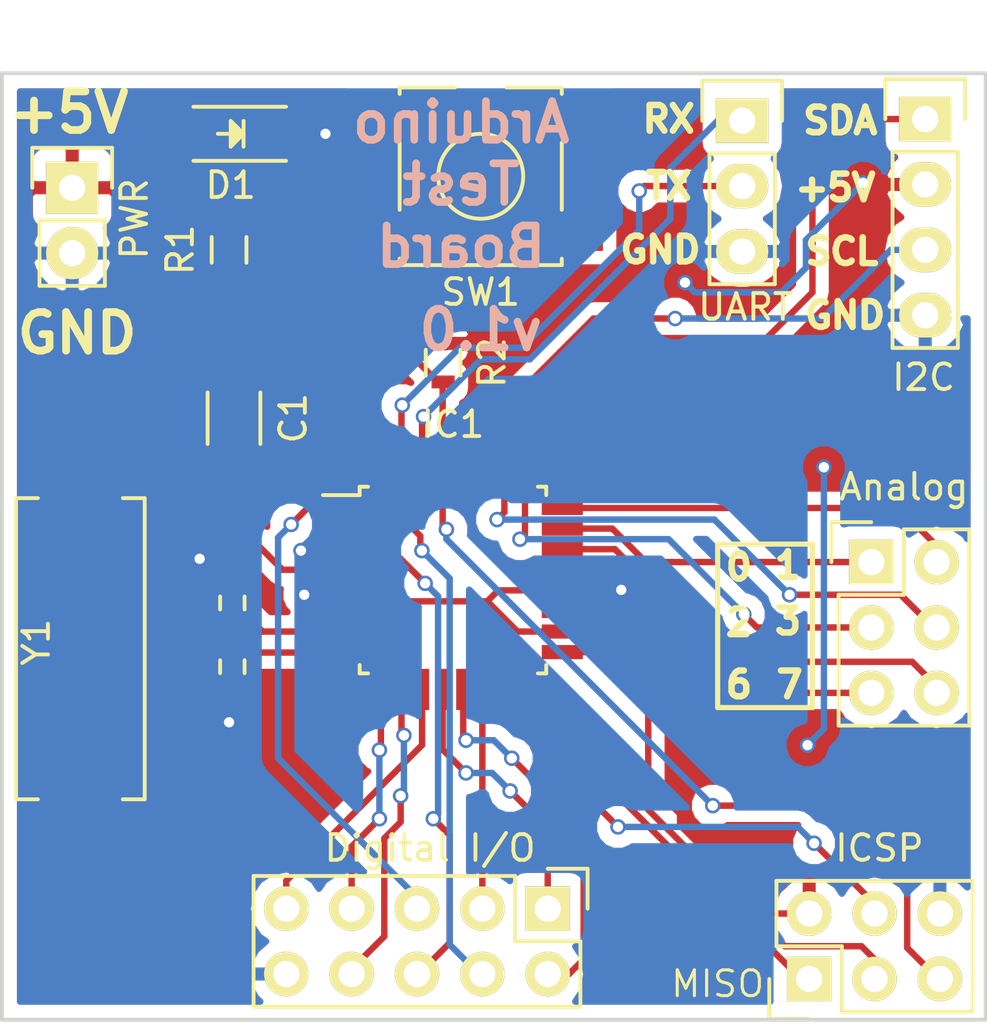
<source format=kicad_pcb>
(kicad_pcb (version 4) (host pcbnew 4.0.4-stable)

  (general
    (links 52)
    (no_connects 0)
    (area 106.985999 69.901999 145.363001 106.818501)
    (thickness 1.6)
    (drawings 27)
    (tracks 246)
    (zones 0)
    (modules 15)
    (nets 30)
  )

  (page A4)
  (layers
    (0 F.Cu signal)
    (31 B.Cu signal)
    (32 B.Adhes user)
    (33 F.Adhes user)
    (34 B.Paste user)
    (35 F.Paste user)
    (36 B.SilkS user)
    (37 F.SilkS user)
    (38 B.Mask user)
    (39 F.Mask user)
    (40 Dwgs.User user)
    (41 Cmts.User user)
    (42 Eco1.User user)
    (43 Eco2.User user)
    (44 Edge.Cuts user)
    (45 Margin user)
    (46 B.CrtYd user)
    (47 F.CrtYd user)
    (48 B.Fab user)
    (49 F.Fab user)
  )

  (setup
    (last_trace_width 0.25)
    (trace_clearance 0.2)
    (zone_clearance 0.508)
    (zone_45_only no)
    (trace_min 0.2)
    (segment_width 0.2)
    (edge_width 0.15)
    (via_size 0.6)
    (via_drill 0.4)
    (via_min_size 0.4)
    (via_min_drill 0.3)
    (uvia_size 0.3)
    (uvia_drill 0.1)
    (uvias_allowed no)
    (uvia_min_size 0.2)
    (uvia_min_drill 0.1)
    (pcb_text_width 0.3)
    (pcb_text_size 1.5 1.5)
    (mod_edge_width 0.15)
    (mod_text_size 1 1)
    (mod_text_width 0.15)
    (pad_size 1.524 1.524)
    (pad_drill 0.762)
    (pad_to_mask_clearance 0.2)
    (aux_axis_origin 0 0)
    (visible_elements 7FFFFFFF)
    (pcbplotparams
      (layerselection 0x00030_80000001)
      (usegerberextensions false)
      (excludeedgelayer true)
      (linewidth 0.100000)
      (plotframeref false)
      (viasonmask false)
      (mode 1)
      (useauxorigin false)
      (hpglpennumber 1)
      (hpglpenspeed 20)
      (hpglpendiameter 15)
      (hpglpenoverlay 2)
      (psnegative false)
      (psa4output false)
      (plotreference true)
      (plotvalue true)
      (plotinvisibletext false)
      (padsonsilk false)
      (subtractmaskfromsilk false)
      (outputformat 1)
      (mirror false)
      (drillshape 1)
      (scaleselection 1)
      (outputdirectory ""))
  )

  (net 0 "")
  (net 1 +5V)
  (net 2 "Net-(C1-Pad2)")
  (net 3 GND)
  (net 4 /OSC1)
  (net 5 /OSC2)
  (net 6 "Net-(D1-Pad2)")
  (net 7 /PD3)
  (net 8 /PD4)
  (net 9 /PD5)
  (net 10 /PD6)
  (net 11 /PD7)
  (net 12 /PB0)
  (net 13 /PB1)
  (net 14 /PB2)
  (net 15 /MOSI)
  (net 16 /MISO)
  (net 17 /SCK)
  (net 18 /ADC6)
  (net 19 /ADC7)
  (net 20 /ADC0)
  (net 21 /ADC1)
  (net 22 /ADC2)
  (net 23 /ADC3)
  (net 24 /SDA)
  (net 25 /SCL)
  (net 26 /RST)
  (net 27 /RX)
  (net 28 /TX)
  (net 29 /PD2)

  (net_class Default "This is the default net class."
    (clearance 0.2)
    (trace_width 0.25)
    (via_dia 0.6)
    (via_drill 0.4)
    (uvia_dia 0.3)
    (uvia_drill 0.1)
    (add_net +5V)
    (add_net /ADC0)
    (add_net /ADC1)
    (add_net /ADC2)
    (add_net /ADC3)
    (add_net /ADC6)
    (add_net /ADC7)
    (add_net /MISO)
    (add_net /MOSI)
    (add_net /OSC1)
    (add_net /OSC2)
    (add_net /PB0)
    (add_net /PB1)
    (add_net /PB2)
    (add_net /PD2)
    (add_net /PD3)
    (add_net /PD4)
    (add_net /PD5)
    (add_net /PD6)
    (add_net /PD7)
    (add_net /RST)
    (add_net /RX)
    (add_net /SCK)
    (add_net /SCL)
    (add_net /SDA)
    (add_net /TX)
    (add_net GND)
    (add_net "Net-(C1-Pad2)")
    (add_net "Net-(D1-Pad2)")
  )

  (module Capacitors_SMD:C_1206 (layer F.Cu) (tedit 5415D7BD) (tstamp 581C2C42)
    (at 116.078 83.3755 270)
    (descr "Capacitor SMD 1206, reflow soldering, AVX (see smccp.pdf)")
    (tags "capacitor 1206")
    (path /581C261E)
    (attr smd)
    (fp_text reference C1 (at 0 -2.3 270) (layer F.SilkS)
      (effects (font (size 1 1) (thickness 0.15)))
    )
    (fp_text value 10u (at 0 2.3 270) (layer F.Fab)
      (effects (font (size 1 1) (thickness 0.15)))
    )
    (fp_line (start -2.3 -1.15) (end 2.3 -1.15) (layer F.CrtYd) (width 0.05))
    (fp_line (start -2.3 1.15) (end 2.3 1.15) (layer F.CrtYd) (width 0.05))
    (fp_line (start -2.3 -1.15) (end -2.3 1.15) (layer F.CrtYd) (width 0.05))
    (fp_line (start 2.3 -1.15) (end 2.3 1.15) (layer F.CrtYd) (width 0.05))
    (fp_line (start 1 -1.025) (end -1 -1.025) (layer F.SilkS) (width 0.15))
    (fp_line (start -1 1.025) (end 1 1.025) (layer F.SilkS) (width 0.15))
    (pad 1 smd rect (at -1.5 0 270) (size 1 1.6) (layers F.Cu F.Paste F.Mask)
      (net 1 +5V))
    (pad 2 smd rect (at 1.5 0 270) (size 1 1.6) (layers F.Cu F.Paste F.Mask)
      (net 2 "Net-(C1-Pad2)"))
    (model Capacitors_SMD.3dshapes/C_1206.wrl
      (at (xyz 0 0 0))
      (scale (xyz 1 1 1))
      (rotate (xyz 0 0 0))
    )
  )

  (module Capacitors_SMD:C_0402 (layer F.Cu) (tedit 581C2CF6) (tstamp 581C2C48)
    (at 116.0145 90.551 270)
    (descr "Capacitor SMD 0402, reflow soldering, AVX (see smccp.pdf)")
    (tags "capacitor 0402")
    (path /581C199A)
    (attr smd)
    (fp_text reference CXtalIn1 (at 0 -1.7 270) (layer F.SilkS) hide
      (effects (font (size 1 1) (thickness 0.15)))
    )
    (fp_text value 18pf (at 0 1.7 270) (layer F.Fab) hide
      (effects (font (size 1 1) (thickness 0.15)))
    )
    (fp_line (start -1.15 -0.6) (end 1.15 -0.6) (layer F.CrtYd) (width 0.05))
    (fp_line (start -1.15 0.6) (end 1.15 0.6) (layer F.CrtYd) (width 0.05))
    (fp_line (start -1.15 -0.6) (end -1.15 0.6) (layer F.CrtYd) (width 0.05))
    (fp_line (start 1.15 -0.6) (end 1.15 0.6) (layer F.CrtYd) (width 0.05))
    (fp_line (start 0.25 -0.475) (end -0.25 -0.475) (layer F.SilkS) (width 0.15))
    (fp_line (start -0.25 0.475) (end 0.25 0.475) (layer F.SilkS) (width 0.15))
    (pad 1 smd rect (at -0.55 0 270) (size 0.6 0.5) (layers F.Cu F.Paste F.Mask)
      (net 3 GND))
    (pad 2 smd rect (at 0.55 0 270) (size 0.6 0.5) (layers F.Cu F.Paste F.Mask)
      (net 4 /OSC1))
    (model Capacitors_SMD.3dshapes/C_0402.wrl
      (at (xyz 0 0 0))
      (scale (xyz 1 1 1))
      (rotate (xyz 0 0 0))
    )
  )

  (module Capacitors_SMD:C_0402 (layer F.Cu) (tedit 581C2CF0) (tstamp 581C2C4E)
    (at 116.0145 93.0275 90)
    (descr "Capacitor SMD 0402, reflow soldering, AVX (see smccp.pdf)")
    (tags "capacitor 0402")
    (path /581C192C)
    (attr smd)
    (fp_text reference CXtalout1 (at -3.3655 -2.0955 90) (layer F.SilkS) hide
      (effects (font (size 1 1) (thickness 0.15)))
    )
    (fp_text value 18pf (at 0 1.7 90) (layer F.Fab) hide
      (effects (font (size 1 1) (thickness 0.15)))
    )
    (fp_line (start -1.15 -0.6) (end 1.15 -0.6) (layer F.CrtYd) (width 0.05))
    (fp_line (start -1.15 0.6) (end 1.15 0.6) (layer F.CrtYd) (width 0.05))
    (fp_line (start -1.15 -0.6) (end -1.15 0.6) (layer F.CrtYd) (width 0.05))
    (fp_line (start 1.15 -0.6) (end 1.15 0.6) (layer F.CrtYd) (width 0.05))
    (fp_line (start 0.25 -0.475) (end -0.25 -0.475) (layer F.SilkS) (width 0.15))
    (fp_line (start -0.25 0.475) (end 0.25 0.475) (layer F.SilkS) (width 0.15))
    (pad 1 smd rect (at -0.55 0 90) (size 0.6 0.5) (layers F.Cu F.Paste F.Mask)
      (net 3 GND))
    (pad 2 smd rect (at 0.55 0 90) (size 0.6 0.5) (layers F.Cu F.Paste F.Mask)
      (net 5 /OSC2))
    (model Capacitors_SMD.3dshapes/C_0402.wrl
      (at (xyz 0 0 0))
      (scale (xyz 1 1 1))
      (rotate (xyz 0 0 0))
    )
  )

  (module LEDs:LED_1206 (layer F.Cu) (tedit 55BDE2E8) (tstamp 581C2C54)
    (at 115.951 72.3265 180)
    (descr "LED 1206 smd package")
    (tags "LED1206 SMD")
    (path /581C6DAA)
    (attr smd)
    (fp_text reference D1 (at 0 -2 180) (layer F.SilkS)
      (effects (font (size 1 1) (thickness 0.15)))
    )
    (fp_text value LED (at 0 2 180) (layer F.Fab)
      (effects (font (size 1 1) (thickness 0.15)))
    )
    (fp_line (start -2.15 1.05) (end 1.45 1.05) (layer F.SilkS) (width 0.15))
    (fp_line (start -2.15 -1.05) (end 1.45 -1.05) (layer F.SilkS) (width 0.15))
    (fp_line (start -0.1 -0.3) (end -0.1 0.3) (layer F.SilkS) (width 0.15))
    (fp_line (start -0.1 0.3) (end -0.4 0) (layer F.SilkS) (width 0.15))
    (fp_line (start -0.4 0) (end -0.2 -0.2) (layer F.SilkS) (width 0.15))
    (fp_line (start -0.2 -0.2) (end -0.2 0.05) (layer F.SilkS) (width 0.15))
    (fp_line (start -0.2 0.05) (end -0.25 0) (layer F.SilkS) (width 0.15))
    (fp_line (start -0.5 -0.5) (end -0.5 0.5) (layer F.SilkS) (width 0.15))
    (fp_line (start 0 0) (end 0.5 0) (layer F.SilkS) (width 0.15))
    (fp_line (start -0.5 0) (end 0 -0.5) (layer F.SilkS) (width 0.15))
    (fp_line (start 0 -0.5) (end 0 0.5) (layer F.SilkS) (width 0.15))
    (fp_line (start 0 0.5) (end -0.5 0) (layer F.SilkS) (width 0.15))
    (fp_line (start 2.5 -1.25) (end -2.5 -1.25) (layer F.CrtYd) (width 0.05))
    (fp_line (start -2.5 -1.25) (end -2.5 1.25) (layer F.CrtYd) (width 0.05))
    (fp_line (start -2.5 1.25) (end 2.5 1.25) (layer F.CrtYd) (width 0.05))
    (fp_line (start 2.5 1.25) (end 2.5 -1.25) (layer F.CrtYd) (width 0.05))
    (pad 2 smd rect (at 1.41986 0) (size 1.59766 1.80086) (layers F.Cu F.Paste F.Mask)
      (net 6 "Net-(D1-Pad2)"))
    (pad 1 smd rect (at -1.41986 0) (size 1.59766 1.80086) (layers F.Cu F.Paste F.Mask)
      (net 3 GND))
    (model LEDs.3dshapes/LED_1206.wrl
      (at (xyz 0 0 0))
      (scale (xyz 1 1 1))
      (rotate (xyz 0 0 180))
    )
  )

  (module Housings_QFP:TQFP-32_7x7mm_Pitch0.8mm (layer F.Cu) (tedit 54130A77) (tstamp 581C2C78)
    (at 124.587 89.662)
    (descr "32-Lead Plastic Thin Quad Flatpack (PT) - 7x7x1.0 mm Body, 2.00 mm [TQFP] (see Microchip Packaging Specification 00000049BS.pdf)")
    (tags "QFP 0.8")
    (path /581C16D4)
    (attr smd)
    (fp_text reference IC1 (at 0 -6.05) (layer F.SilkS)
      (effects (font (size 1 1) (thickness 0.15)))
    )
    (fp_text value ATMEGA328-A (at 0 6.05) (layer F.Fab)
      (effects (font (size 1 1) (thickness 0.15)))
    )
    (fp_line (start -5.3 -5.3) (end -5.3 5.3) (layer F.CrtYd) (width 0.05))
    (fp_line (start 5.3 -5.3) (end 5.3 5.3) (layer F.CrtYd) (width 0.05))
    (fp_line (start -5.3 -5.3) (end 5.3 -5.3) (layer F.CrtYd) (width 0.05))
    (fp_line (start -5.3 5.3) (end 5.3 5.3) (layer F.CrtYd) (width 0.05))
    (fp_line (start -3.625 -3.625) (end -3.625 -3.3) (layer F.SilkS) (width 0.15))
    (fp_line (start 3.625 -3.625) (end 3.625 -3.3) (layer F.SilkS) (width 0.15))
    (fp_line (start 3.625 3.625) (end 3.625 3.3) (layer F.SilkS) (width 0.15))
    (fp_line (start -3.625 3.625) (end -3.625 3.3) (layer F.SilkS) (width 0.15))
    (fp_line (start -3.625 -3.625) (end -3.3 -3.625) (layer F.SilkS) (width 0.15))
    (fp_line (start -3.625 3.625) (end -3.3 3.625) (layer F.SilkS) (width 0.15))
    (fp_line (start 3.625 3.625) (end 3.3 3.625) (layer F.SilkS) (width 0.15))
    (fp_line (start 3.625 -3.625) (end 3.3 -3.625) (layer F.SilkS) (width 0.15))
    (fp_line (start -3.625 -3.3) (end -5.05 -3.3) (layer F.SilkS) (width 0.15))
    (pad 1 smd rect (at -4.25 -2.8) (size 1.6 0.55) (layers F.Cu F.Paste F.Mask)
      (net 7 /PD3))
    (pad 2 smd rect (at -4.25 -2) (size 1.6 0.55) (layers F.Cu F.Paste F.Mask)
      (net 8 /PD4))
    (pad 3 smd rect (at -4.25 -1.2) (size 1.6 0.55) (layers F.Cu F.Paste F.Mask)
      (net 3 GND))
    (pad 4 smd rect (at -4.25 -0.4) (size 1.6 0.55) (layers F.Cu F.Paste F.Mask)
      (net 2 "Net-(C1-Pad2)"))
    (pad 5 smd rect (at -4.25 0.4) (size 1.6 0.55) (layers F.Cu F.Paste F.Mask)
      (net 3 GND))
    (pad 6 smd rect (at -4.25 1.2) (size 1.6 0.55) (layers F.Cu F.Paste F.Mask)
      (net 2 "Net-(C1-Pad2)"))
    (pad 7 smd rect (at -4.25 2) (size 1.6 0.55) (layers F.Cu F.Paste F.Mask)
      (net 4 /OSC1))
    (pad 8 smd rect (at -4.25 2.8) (size 1.6 0.55) (layers F.Cu F.Paste F.Mask)
      (net 5 /OSC2))
    (pad 9 smd rect (at -2.8 4.25 90) (size 1.6 0.55) (layers F.Cu F.Paste F.Mask)
      (net 9 /PD5))
    (pad 10 smd rect (at -2 4.25 90) (size 1.6 0.55) (layers F.Cu F.Paste F.Mask)
      (net 10 /PD6))
    (pad 11 smd rect (at -1.2 4.25 90) (size 1.6 0.55) (layers F.Cu F.Paste F.Mask)
      (net 11 /PD7))
    (pad 12 smd rect (at -0.4 4.25 90) (size 1.6 0.55) (layers F.Cu F.Paste F.Mask)
      (net 12 /PB0))
    (pad 13 smd rect (at 0.4 4.25 90) (size 1.6 0.55) (layers F.Cu F.Paste F.Mask)
      (net 13 /PB1))
    (pad 14 smd rect (at 1.2 4.25 90) (size 1.6 0.55) (layers F.Cu F.Paste F.Mask)
      (net 14 /PB2))
    (pad 15 smd rect (at 2 4.25 90) (size 1.6 0.55) (layers F.Cu F.Paste F.Mask)
      (net 15 /MOSI))
    (pad 16 smd rect (at 2.8 4.25 90) (size 1.6 0.55) (layers F.Cu F.Paste F.Mask)
      (net 16 /MISO))
    (pad 17 smd rect (at 4.25 2.8) (size 1.6 0.55) (layers F.Cu F.Paste F.Mask)
      (net 17 /SCK))
    (pad 18 smd rect (at 4.25 2) (size 1.6 0.55) (layers F.Cu F.Paste F.Mask)
      (net 2 "Net-(C1-Pad2)"))
    (pad 19 smd rect (at 4.25 1.2) (size 1.6 0.55) (layers F.Cu F.Paste F.Mask)
      (net 18 /ADC6))
    (pad 20 smd rect (at 4.25 0.4) (size 1.6 0.55) (layers F.Cu F.Paste F.Mask)
      (net 2 "Net-(C1-Pad2)"))
    (pad 21 smd rect (at 4.25 -0.4) (size 1.6 0.55) (layers F.Cu F.Paste F.Mask)
      (net 3 GND))
    (pad 22 smd rect (at 4.25 -1.2) (size 1.6 0.55) (layers F.Cu F.Paste F.Mask)
      (net 19 /ADC7))
    (pad 23 smd rect (at 4.25 -2) (size 1.6 0.55) (layers F.Cu F.Paste F.Mask)
      (net 20 /ADC0))
    (pad 24 smd rect (at 4.25 -2.8) (size 1.6 0.55) (layers F.Cu F.Paste F.Mask)
      (net 21 /ADC1))
    (pad 25 smd rect (at 2.8 -4.25 90) (size 1.6 0.55) (layers F.Cu F.Paste F.Mask)
      (net 22 /ADC2))
    (pad 26 smd rect (at 2 -4.25 90) (size 1.6 0.55) (layers F.Cu F.Paste F.Mask)
      (net 23 /ADC3))
    (pad 27 smd rect (at 1.2 -4.25 90) (size 1.6 0.55) (layers F.Cu F.Paste F.Mask)
      (net 24 /SDA))
    (pad 28 smd rect (at 0.4 -4.25 90) (size 1.6 0.55) (layers F.Cu F.Paste F.Mask)
      (net 25 /SCL))
    (pad 29 smd rect (at -0.4 -4.25 90) (size 1.6 0.55) (layers F.Cu F.Paste F.Mask)
      (net 26 /RST))
    (pad 30 smd rect (at -1.2 -4.25 90) (size 1.6 0.55) (layers F.Cu F.Paste F.Mask)
      (net 27 /RX))
    (pad 31 smd rect (at -2 -4.25 90) (size 1.6 0.55) (layers F.Cu F.Paste F.Mask)
      (net 28 /TX))
    (pad 32 smd rect (at -2.8 -4.25 90) (size 1.6 0.55) (layers F.Cu F.Paste F.Mask)
      (net 29 /PD2))
    (model Housings_QFP.3dshapes/TQFP-32_7x7mm_Pitch0.8mm.wrl
      (at (xyz 0 0 0))
      (scale (xyz 1 1 1))
      (rotate (xyz 0 0 0))
    )
  )

  (module Pin_Headers:Pin_Header_Straight_2x03 (layer F.Cu) (tedit 581CC21C) (tstamp 581C2C82)
    (at 138.43 105.156 90)
    (descr "Through hole pin header")
    (tags "pin header")
    (path /581C5447)
    (fp_text reference ICSP (at 5.08 2.7305 180) (layer F.SilkS)
      (effects (font (size 1 1) (thickness 0.15)))
    )
    (fp_text value ICSP (at 2.6035 -2.4765 90) (layer F.Fab) hide
      (effects (font (size 1 1) (thickness 0.15)))
    )
    (fp_line (start -1.27 1.27) (end -1.27 6.35) (layer F.SilkS) (width 0.15))
    (fp_line (start -1.55 -1.55) (end 0 -1.55) (layer F.SilkS) (width 0.15))
    (fp_line (start -1.75 -1.75) (end -1.75 6.85) (layer F.CrtYd) (width 0.05))
    (fp_line (start 4.3 -1.75) (end 4.3 6.85) (layer F.CrtYd) (width 0.05))
    (fp_line (start -1.75 -1.75) (end 4.3 -1.75) (layer F.CrtYd) (width 0.05))
    (fp_line (start -1.75 6.85) (end 4.3 6.85) (layer F.CrtYd) (width 0.05))
    (fp_line (start 1.27 -1.27) (end 1.27 1.27) (layer F.SilkS) (width 0.15))
    (fp_line (start 1.27 1.27) (end -1.27 1.27) (layer F.SilkS) (width 0.15))
    (fp_line (start -1.27 6.35) (end 3.81 6.35) (layer F.SilkS) (width 0.15))
    (fp_line (start 3.81 6.35) (end 3.81 1.27) (layer F.SilkS) (width 0.15))
    (fp_line (start -1.55 -1.55) (end -1.55 0) (layer F.SilkS) (width 0.15))
    (fp_line (start 3.81 -1.27) (end 1.27 -1.27) (layer F.SilkS) (width 0.15))
    (fp_line (start 3.81 1.27) (end 3.81 -1.27) (layer F.SilkS) (width 0.15))
    (pad 1 thru_hole rect (at 0 0 90) (size 1.7272 1.7272) (drill 1.016) (layers *.Cu *.Mask F.SilkS)
      (net 16 /MISO))
    (pad 2 thru_hole oval (at 2.54 0 90) (size 1.7272 1.7272) (drill 1.016) (layers *.Cu *.Mask F.SilkS)
      (net 1 +5V))
    (pad 3 thru_hole oval (at 0 2.54 90) (size 1.7272 1.7272) (drill 1.016) (layers *.Cu *.Mask F.SilkS)
      (net 17 /SCK))
    (pad 4 thru_hole oval (at 2.54 2.54 90) (size 1.7272 1.7272) (drill 1.016) (layers *.Cu *.Mask F.SilkS)
      (net 15 /MOSI))
    (pad 5 thru_hole oval (at 0 5.08 90) (size 1.7272 1.7272) (drill 1.016) (layers *.Cu *.Mask F.SilkS)
      (net 26 /RST))
    (pad 6 thru_hole oval (at 2.54 5.08 90) (size 1.7272 1.7272) (drill 1.016) (layers *.Cu *.Mask F.SilkS)
      (net 3 GND))
    (model Pin_Headers.3dshapes/Pin_Header_Straight_2x03.wrl
      (at (xyz 0.05 -0.1 0))
      (scale (xyz 1 1 1))
      (rotate (xyz 0 0 90))
    )
  )

  (module Pin_Headers:Pin_Header_Straight_1x03 (layer F.Cu) (tedit 581CBB54) (tstamp 581C2C89)
    (at 135.8265 71.8185)
    (descr "Through hole pin header")
    (tags "pin header")
    (path /581C38D3)
    (fp_text reference UART (at 0.127 7.239) (layer F.SilkS)
      (effects (font (size 1 1) (thickness 0.15)))
    )
    (fp_text value UART (at 0 -3.1 180) (layer F.Fab) hide
      (effects (font (size 1 1) (thickness 0.15)))
    )
    (fp_line (start -1.75 -1.75) (end -1.75 6.85) (layer F.CrtYd) (width 0.05))
    (fp_line (start 1.75 -1.75) (end 1.75 6.85) (layer F.CrtYd) (width 0.05))
    (fp_line (start -1.75 -1.75) (end 1.75 -1.75) (layer F.CrtYd) (width 0.05))
    (fp_line (start -1.75 6.85) (end 1.75 6.85) (layer F.CrtYd) (width 0.05))
    (fp_line (start -1.27 1.27) (end -1.27 6.35) (layer F.SilkS) (width 0.15))
    (fp_line (start -1.27 6.35) (end 1.27 6.35) (layer F.SilkS) (width 0.15))
    (fp_line (start 1.27 6.35) (end 1.27 1.27) (layer F.SilkS) (width 0.15))
    (fp_line (start 1.55 -1.55) (end 1.55 0) (layer F.SilkS) (width 0.15))
    (fp_line (start 1.27 1.27) (end -1.27 1.27) (layer F.SilkS) (width 0.15))
    (fp_line (start -1.55 0) (end -1.55 -1.55) (layer F.SilkS) (width 0.15))
    (fp_line (start -1.55 -1.55) (end 1.55 -1.55) (layer F.SilkS) (width 0.15))
    (pad 1 thru_hole rect (at 0 0) (size 2.032 1.7272) (drill 1.016) (layers *.Cu *.Mask F.SilkS)
      (net 27 /RX))
    (pad 2 thru_hole oval (at 0 2.54) (size 2.032 1.7272) (drill 1.016) (layers *.Cu *.Mask F.SilkS)
      (net 28 /TX))
    (pad 3 thru_hole oval (at 0 5.08) (size 2.032 1.7272) (drill 1.016) (layers *.Cu *.Mask F.SilkS)
      (net 3 GND))
    (model Pin_Headers.3dshapes/Pin_Header_Straight_1x03.wrl
      (at (xyz 0 -0.1 0))
      (scale (xyz 1 1 1))
      (rotate (xyz 0 0 90))
    )
  )

  (module Pin_Headers:Pin_Header_Straight_1x04 (layer F.Cu) (tedit 581CB94B) (tstamp 581C2C91)
    (at 142.9385 71.755)
    (descr "Through hole pin header")
    (tags "pin header")
    (path /581C4068)
    (fp_text reference I2C (at -0.0635 10.033 180) (layer F.SilkS)
      (effects (font (size 1 1) (thickness 0.15)))
    )
    (fp_text value I2C (at 0.0635 -3.7465) (layer F.Fab) hide
      (effects (font (size 1 1) (thickness 0.15)))
    )
    (fp_line (start -1.75 -1.75) (end -1.75 9.4) (layer F.CrtYd) (width 0.05))
    (fp_line (start 1.75 -1.75) (end 1.75 9.4) (layer F.CrtYd) (width 0.05))
    (fp_line (start -1.75 -1.75) (end 1.75 -1.75) (layer F.CrtYd) (width 0.05))
    (fp_line (start -1.75 9.4) (end 1.75 9.4) (layer F.CrtYd) (width 0.05))
    (fp_line (start -1.27 1.27) (end -1.27 8.89) (layer F.SilkS) (width 0.15))
    (fp_line (start 1.27 1.27) (end 1.27 8.89) (layer F.SilkS) (width 0.15))
    (fp_line (start 1.55 -1.55) (end 1.55 0) (layer F.SilkS) (width 0.15))
    (fp_line (start -1.27 8.89) (end 1.27 8.89) (layer F.SilkS) (width 0.15))
    (fp_line (start 1.27 1.27) (end -1.27 1.27) (layer F.SilkS) (width 0.15))
    (fp_line (start -1.55 0) (end -1.55 -1.55) (layer F.SilkS) (width 0.15))
    (fp_line (start -1.55 -1.55) (end 1.55 -1.55) (layer F.SilkS) (width 0.15))
    (pad 1 thru_hole rect (at 0 0) (size 2.032 1.7272) (drill 1.016) (layers *.Cu *.Mask F.SilkS)
      (net 24 /SDA))
    (pad 2 thru_hole oval (at 0 2.54) (size 2.032 1.7272) (drill 1.016) (layers *.Cu *.Mask F.SilkS)
      (net 1 +5V))
    (pad 3 thru_hole oval (at 0 5.08) (size 2.032 1.7272) (drill 1.016) (layers *.Cu *.Mask F.SilkS)
      (net 25 /SCL))
    (pad 4 thru_hole oval (at 0 7.62) (size 2.032 1.7272) (drill 1.016) (layers *.Cu *.Mask F.SilkS)
      (net 3 GND))
    (model Pin_Headers.3dshapes/Pin_Header_Straight_1x04.wrl
      (at (xyz 0 -0.15 0))
      (scale (xyz 1 1 1))
      (rotate (xyz 0 0 90))
    )
  )

  (module Pin_Headers:Pin_Header_Straight_2x05 (layer F.Cu) (tedit 581CC04E) (tstamp 581C2C9F)
    (at 128.27 102.4255 270)
    (descr "Through hole pin header")
    (tags "pin header")
    (path /581C9070)
    (fp_text reference "Digital I/O" (at -2.3495 4.572 360) (layer F.SilkS)
      (effects (font (size 1 1) (thickness 0.15)))
    )
    (fp_text value Digital (at 0 -3.1 270) (layer F.Fab)
      (effects (font (size 1 1) (thickness 0.15)))
    )
    (fp_line (start -1.75 -1.75) (end -1.75 11.95) (layer F.CrtYd) (width 0.05))
    (fp_line (start 4.3 -1.75) (end 4.3 11.95) (layer F.CrtYd) (width 0.05))
    (fp_line (start -1.75 -1.75) (end 4.3 -1.75) (layer F.CrtYd) (width 0.05))
    (fp_line (start -1.75 11.95) (end 4.3 11.95) (layer F.CrtYd) (width 0.05))
    (fp_line (start 3.81 -1.27) (end 3.81 11.43) (layer F.SilkS) (width 0.15))
    (fp_line (start 3.81 11.43) (end -1.27 11.43) (layer F.SilkS) (width 0.15))
    (fp_line (start -1.27 11.43) (end -1.27 1.27) (layer F.SilkS) (width 0.15))
    (fp_line (start 3.81 -1.27) (end 1.27 -1.27) (layer F.SilkS) (width 0.15))
    (fp_line (start 0 -1.55) (end -1.55 -1.55) (layer F.SilkS) (width 0.15))
    (fp_line (start 1.27 -1.27) (end 1.27 1.27) (layer F.SilkS) (width 0.15))
    (fp_line (start 1.27 1.27) (end -1.27 1.27) (layer F.SilkS) (width 0.15))
    (fp_line (start -1.55 -1.55) (end -1.55 0) (layer F.SilkS) (width 0.15))
    (pad 1 thru_hole rect (at 0 0 270) (size 1.7272 1.7272) (drill 1.016) (layers *.Cu *.Mask F.SilkS)
      (net 12 /PB0))
    (pad 2 thru_hole oval (at 2.54 0 270) (size 1.7272 1.7272) (drill 1.016) (layers *.Cu *.Mask F.SilkS)
      (net 13 /PB1))
    (pad 3 thru_hole oval (at 0 2.54 270) (size 1.7272 1.7272) (drill 1.016) (layers *.Cu *.Mask F.SilkS)
      (net 14 /PB2))
    (pad 4 thru_hole oval (at 2.54 2.54 270) (size 1.7272 1.7272) (drill 1.016) (layers *.Cu *.Mask F.SilkS)
      (net 29 /PD2))
    (pad 5 thru_hole oval (at 0 5.08 270) (size 1.7272 1.7272) (drill 1.016) (layers *.Cu *.Mask F.SilkS)
      (net 7 /PD3))
    (pad 6 thru_hole oval (at 2.54 5.08 270) (size 1.7272 1.7272) (drill 1.016) (layers *.Cu *.Mask F.SilkS)
      (net 8 /PD4))
    (pad 7 thru_hole oval (at 0 7.62 270) (size 1.7272 1.7272) (drill 1.016) (layers *.Cu *.Mask F.SilkS)
      (net 9 /PD5))
    (pad 8 thru_hole oval (at 2.54 7.62 270) (size 1.7272 1.7272) (drill 1.016) (layers *.Cu *.Mask F.SilkS)
      (net 10 /PD6))
    (pad 9 thru_hole oval (at 0 10.16 270) (size 1.7272 1.7272) (drill 1.016) (layers *.Cu *.Mask F.SilkS)
      (net 11 /PD7))
    (pad 10 thru_hole oval (at 2.54 10.16 270) (size 1.7272 1.7272) (drill 1.016) (layers *.Cu *.Mask F.SilkS)
      (net 3 GND))
    (model Pin_Headers.3dshapes/Pin_Header_Straight_2x05.wrl
      (at (xyz 0.05 -0.2 0))
      (scale (xyz 1 1 1))
      (rotate (xyz 0 0 90))
    )
  )

  (module Pin_Headers:Pin_Header_Straight_2x03 (layer F.Cu) (tedit 581C2D69) (tstamp 581C2CA9)
    (at 140.843 88.9635)
    (descr "Through hole pin header")
    (tags "pin header")
    (path /581C962F)
    (fp_text reference Analog (at 1.27 -2.921) (layer F.SilkS)
      (effects (font (size 1 1) (thickness 0.15)))
    )
    (fp_text value Analog (at 0 -3.1) (layer F.Fab) hide
      (effects (font (size 1 1) (thickness 0.15)))
    )
    (fp_line (start -1.27 1.27) (end -1.27 6.35) (layer F.SilkS) (width 0.15))
    (fp_line (start -1.55 -1.55) (end 0 -1.55) (layer F.SilkS) (width 0.15))
    (fp_line (start -1.75 -1.75) (end -1.75 6.85) (layer F.CrtYd) (width 0.05))
    (fp_line (start 4.3 -1.75) (end 4.3 6.85) (layer F.CrtYd) (width 0.05))
    (fp_line (start -1.75 -1.75) (end 4.3 -1.75) (layer F.CrtYd) (width 0.05))
    (fp_line (start -1.75 6.85) (end 4.3 6.85) (layer F.CrtYd) (width 0.05))
    (fp_line (start 1.27 -1.27) (end 1.27 1.27) (layer F.SilkS) (width 0.15))
    (fp_line (start 1.27 1.27) (end -1.27 1.27) (layer F.SilkS) (width 0.15))
    (fp_line (start -1.27 6.35) (end 3.81 6.35) (layer F.SilkS) (width 0.15))
    (fp_line (start 3.81 6.35) (end 3.81 1.27) (layer F.SilkS) (width 0.15))
    (fp_line (start -1.55 -1.55) (end -1.55 0) (layer F.SilkS) (width 0.15))
    (fp_line (start 3.81 -1.27) (end 1.27 -1.27) (layer F.SilkS) (width 0.15))
    (fp_line (start 3.81 1.27) (end 3.81 -1.27) (layer F.SilkS) (width 0.15))
    (pad 1 thru_hole rect (at 0 0) (size 1.7272 1.7272) (drill 1.016) (layers *.Cu *.Mask F.SilkS)
      (net 20 /ADC0))
    (pad 2 thru_hole oval (at 2.54 0) (size 1.7272 1.7272) (drill 1.016) (layers *.Cu *.Mask F.SilkS)
      (net 21 /ADC1))
    (pad 3 thru_hole oval (at 0 2.54) (size 1.7272 1.7272) (drill 1.016) (layers *.Cu *.Mask F.SilkS)
      (net 22 /ADC2))
    (pad 4 thru_hole oval (at 2.54 2.54) (size 1.7272 1.7272) (drill 1.016) (layers *.Cu *.Mask F.SilkS)
      (net 23 /ADC3))
    (pad 5 thru_hole oval (at 0 5.08) (size 1.7272 1.7272) (drill 1.016) (layers *.Cu *.Mask F.SilkS)
      (net 18 /ADC6))
    (pad 6 thru_hole oval (at 2.54 5.08) (size 1.7272 1.7272) (drill 1.016) (layers *.Cu *.Mask F.SilkS)
      (net 19 /ADC7))
    (model Pin_Headers.3dshapes/Pin_Header_Straight_2x03.wrl
      (at (xyz 0.05 -0.1 0))
      (scale (xyz 1 1 1))
      (rotate (xyz 0 0 90))
    )
  )

  (module Pin_Headers:Pin_Header_Straight_1x02 (layer F.Cu) (tedit 581CC03E) (tstamp 581C2CAF)
    (at 109.7915 74.422)
    (descr "Through hole pin header")
    (tags "pin header")
    (path /581C7F0C)
    (fp_text reference PWR (at 2.413 1.2065 90) (layer F.SilkS)
      (effects (font (size 1 1) (thickness 0.15)))
    )
    (fp_text value Power (at 0.0635 3.937) (layer F.Fab) hide
      (effects (font (size 1 1) (thickness 0.15)))
    )
    (fp_line (start 1.27 1.27) (end 1.27 3.81) (layer F.SilkS) (width 0.15))
    (fp_line (start 1.55 -1.55) (end 1.55 0) (layer F.SilkS) (width 0.15))
    (fp_line (start -1.75 -1.75) (end -1.75 4.3) (layer F.CrtYd) (width 0.05))
    (fp_line (start 1.75 -1.75) (end 1.75 4.3) (layer F.CrtYd) (width 0.05))
    (fp_line (start -1.75 -1.75) (end 1.75 -1.75) (layer F.CrtYd) (width 0.05))
    (fp_line (start -1.75 4.3) (end 1.75 4.3) (layer F.CrtYd) (width 0.05))
    (fp_line (start 1.27 1.27) (end -1.27 1.27) (layer F.SilkS) (width 0.15))
    (fp_line (start -1.55 0) (end -1.55 -1.55) (layer F.SilkS) (width 0.15))
    (fp_line (start -1.55 -1.55) (end 1.55 -1.55) (layer F.SilkS) (width 0.15))
    (fp_line (start -1.27 1.27) (end -1.27 3.81) (layer F.SilkS) (width 0.15))
    (fp_line (start -1.27 3.81) (end 1.27 3.81) (layer F.SilkS) (width 0.15))
    (pad 1 thru_hole rect (at 0 0) (size 2.032 2.032) (drill 1.016) (layers *.Cu *.Mask F.SilkS)
      (net 1 +5V))
    (pad 2 thru_hole oval (at 0 2.54) (size 2.032 2.032) (drill 1.016) (layers *.Cu *.Mask F.SilkS)
      (net 3 GND))
    (model Pin_Headers.3dshapes/Pin_Header_Straight_1x02.wrl
      (at (xyz 0 -0.05 0))
      (scale (xyz 1 1 1))
      (rotate (xyz 0 0 90))
    )
  )

  (module Resistors_SMD:R_0603 (layer F.Cu) (tedit 5415CC62) (tstamp 581C2CB5)
    (at 115.8875 76.835 90)
    (descr "Resistor SMD 0603, reflow soldering, Vishay (see dcrcw.pdf)")
    (tags "resistor 0603")
    (path /581C6D24)
    (attr smd)
    (fp_text reference R1 (at 0 -1.9 90) (layer F.SilkS)
      (effects (font (size 1 1) (thickness 0.15)))
    )
    (fp_text value <10k (at 0 1.9 90) (layer F.Fab)
      (effects (font (size 1 1) (thickness 0.15)))
    )
    (fp_line (start -1.3 -0.8) (end 1.3 -0.8) (layer F.CrtYd) (width 0.05))
    (fp_line (start -1.3 0.8) (end 1.3 0.8) (layer F.CrtYd) (width 0.05))
    (fp_line (start -1.3 -0.8) (end -1.3 0.8) (layer F.CrtYd) (width 0.05))
    (fp_line (start 1.3 -0.8) (end 1.3 0.8) (layer F.CrtYd) (width 0.05))
    (fp_line (start 0.5 0.675) (end -0.5 0.675) (layer F.SilkS) (width 0.15))
    (fp_line (start -0.5 -0.675) (end 0.5 -0.675) (layer F.SilkS) (width 0.15))
    (pad 1 smd rect (at -0.75 0 90) (size 0.5 0.9) (layers F.Cu F.Paste F.Mask)
      (net 1 +5V))
    (pad 2 smd rect (at 0.75 0 90) (size 0.5 0.9) (layers F.Cu F.Paste F.Mask)
      (net 6 "Net-(D1-Pad2)"))
    (model Resistors_SMD.3dshapes/R_0603.wrl
      (at (xyz 0 0 0))
      (scale (xyz 1 1 1))
      (rotate (xyz 0 0 0))
    )
  )

  (module Resistors_SMD:R_0603 (layer F.Cu) (tedit 5415CC62) (tstamp 581C2CBB)
    (at 124.206 81.2165 270)
    (descr "Resistor SMD 0603, reflow soldering, Vishay (see dcrcw.pdf)")
    (tags "resistor 0603")
    (path /581C2A4E)
    (attr smd)
    (fp_text reference R2 (at 0 -1.9 270) (layer F.SilkS)
      (effects (font (size 1 1) (thickness 0.15)))
    )
    (fp_text value 10k (at 0 1.9 270) (layer F.Fab)
      (effects (font (size 1 1) (thickness 0.15)))
    )
    (fp_line (start -1.3 -0.8) (end 1.3 -0.8) (layer F.CrtYd) (width 0.05))
    (fp_line (start -1.3 0.8) (end 1.3 0.8) (layer F.CrtYd) (width 0.05))
    (fp_line (start -1.3 -0.8) (end -1.3 0.8) (layer F.CrtYd) (width 0.05))
    (fp_line (start 1.3 -0.8) (end 1.3 0.8) (layer F.CrtYd) (width 0.05))
    (fp_line (start 0.5 0.675) (end -0.5 0.675) (layer F.SilkS) (width 0.15))
    (fp_line (start -0.5 -0.675) (end 0.5 -0.675) (layer F.SilkS) (width 0.15))
    (pad 1 smd rect (at -0.75 0 270) (size 0.5 0.9) (layers F.Cu F.Paste F.Mask)
      (net 1 +5V))
    (pad 2 smd rect (at 0.75 0 270) (size 0.5 0.9) (layers F.Cu F.Paste F.Mask)
      (net 26 /RST))
    (model Resistors_SMD.3dshapes/R_0603.wrl
      (at (xyz 0 0 0))
      (scale (xyz 1 1 1))
      (rotate (xyz 0 0 0))
    )
  )

  (module Buttons_Switches_SMD:SW_SPST_B3S-1100 (layer F.Cu) (tedit 581CBD7A) (tstamp 581C2CC4)
    (at 125.6665 73.9775 180)
    (descr "Surface Mount Tactile Switch for High-Density Packaging with Ground Terminal")
    (tags "Tactile Switch")
    (path /581C2BE6)
    (attr smd)
    (fp_text reference SW1 (at 0 -4.5 180) (layer F.SilkS)
      (effects (font (size 1 1) (thickness 0.15)))
    )
    (fp_text value SPST (at 0 6 180) (layer F.Fab)
      (effects (font (size 1 1) (thickness 0.15)))
    )
    (fp_line (start 5 3.7) (end 0.9 3.7) (layer F.CrtYd) (width 0.05))
    (fp_line (start -0.9 3.7) (end -0.9 5.2) (layer F.CrtYd) (width 0.05))
    (fp_line (start -0.9 5.2) (end 0.9 5.2) (layer F.CrtYd) (width 0.05))
    (fp_line (start 0.9 5.2) (end 0.9 3.7) (layer F.CrtYd) (width 0.05))
    (fp_line (start -3.15 3.45) (end -1 3.45) (layer F.SilkS) (width 0.15))
    (fp_line (start -5 3.7) (end -0.9 3.7) (layer F.CrtYd) (width 0.05))
    (fp_line (start 5 3.7) (end 5 -3.7) (layer F.CrtYd) (width 0.05))
    (fp_line (start 5 -3.7) (end -5 -3.7) (layer F.CrtYd) (width 0.05))
    (fp_line (start -5 -3.7) (end -5 3.7) (layer F.CrtYd) (width 0.05))
    (fp_line (start -3.15 -3.2) (end -3.15 -3.45) (layer F.SilkS) (width 0.15))
    (fp_line (start -3.15 -3.45) (end 3.15 -3.45) (layer F.SilkS) (width 0.15))
    (fp_line (start 3.15 -3.45) (end 3.15 -3.2) (layer F.SilkS) (width 0.15))
    (fp_line (start -3.15 1.3) (end -3.15 -1.3) (layer F.SilkS) (width 0.15))
    (fp_line (start 3.15 3.2) (end 3.15 3.45) (layer F.SilkS) (width 0.15))
    (fp_line (start 3.15 3.45) (end 1 3.45) (layer F.SilkS) (width 0.15))
    (fp_line (start -3.15 3.45) (end -3.15 3.2) (layer F.SilkS) (width 0.15))
    (fp_line (start 3.15 -1.3) (end 3.15 1.3) (layer F.SilkS) (width 0.15))
    (fp_circle (center 0 0) (end 1.65 0) (layer F.SilkS) (width 0.15))
    (fp_line (start -3 -3.3) (end 3 -3.3) (layer F.Fab) (width 0.15))
    (fp_line (start 3 -3.3) (end 3 3.3) (layer F.Fab) (width 0.15))
    (fp_line (start 3 3.3) (end -3 3.3) (layer F.Fab) (width 0.15))
    (fp_line (start -3 3.3) (end -3 -3.3) (layer F.Fab) (width 0.15))
    (pad 1 smd rect (at -3.975 -2.25 180) (size 1.55 1.3) (layers F.Cu F.Paste F.Mask)
      (net 26 /RST))
    (pad 1 smd rect (at 3.975 -2.25 180) (size 1.55 1.3) (layers F.Cu F.Paste F.Mask)
      (net 26 /RST))
    (pad 2 smd rect (at -3.975 2.25 180) (size 1.55 1.3) (layers F.Cu F.Paste F.Mask)
      (net 3 GND))
    (pad 2 smd rect (at 3.975 2.25 180) (size 1.55 1.3) (layers F.Cu F.Paste F.Mask)
      (net 3 GND))
  )

  (module Crystals:Crystal_HC49-SD_SMD (layer F.Cu) (tedit 581D008E) (tstamp 581C2CCA)
    (at 110.109 92.329 90)
    (descr "Crystal Quarz HC49-SD SMD")
    (tags "Crystal Quarz HC49-SD SMD")
    (path /581C1793)
    (attr smd)
    (fp_text reference Y1 (at 0.254 -1.7145 90) (layer F.SilkS)
      (effects (font (size 1 1) (thickness 0.15)))
    )
    (fp_text value 16MHz (at 2.54 5.08 90) (layer F.Fab) hide
      (effects (font (size 1 1) (thickness 0.15)))
    )
    (fp_circle (center 0 0) (end 0.8509 0) (layer F.Adhes) (width 0.381))
    (fp_circle (center 0 0) (end 0.50038 0) (layer F.Adhes) (width 0.381))
    (fp_circle (center 0 0) (end 0.14986 0.0508) (layer F.Adhes) (width 0.381))
    (fp_line (start -5.84962 2.49936) (end 5.84962 2.49936) (layer F.SilkS) (width 0.15))
    (fp_line (start 5.84962 -2.49936) (end -5.84962 -2.49936) (layer F.SilkS) (width 0.15))
    (fp_line (start 5.84962 2.49936) (end 5.84962 1.651) (layer F.SilkS) (width 0.15))
    (fp_line (start 5.84962 -2.49936) (end 5.84962 -1.651) (layer F.SilkS) (width 0.15))
    (fp_line (start -5.84962 2.49936) (end -5.84962 1.651) (layer F.SilkS) (width 0.15))
    (fp_line (start -5.84962 -2.49936) (end -5.84962 -1.651) (layer F.SilkS) (width 0.15))
    (pad 1 smd rect (at -4.84886 0 90) (size 5.6007 2.10058) (layers F.Cu F.Paste F.Mask)
      (net 5 /OSC2))
    (pad 2 smd rect (at 4.84886 0 90) (size 5.6007 2.10058) (layers F.Cu F.Paste F.Mask)
      (net 4 /OSC1))
  )

  (gr_text MISO (at 134.874 105.3465) (layer F.SilkS)
    (effects (font (size 1 1) (thickness 0.12)))
  )
  (gr_line (start 134.874 94.615) (end 135.0645 94.615) (angle 90) (layer F.SilkS) (width 0.2))
  (gr_line (start 134.874 88.265) (end 134.874 94.615) (angle 90) (layer F.SilkS) (width 0.2))
  (gr_line (start 138.557 88.265) (end 134.874 88.265) (angle 90) (layer F.SilkS) (width 0.2))
  (gr_line (start 138.557 94.615) (end 138.557 88.265) (angle 90) (layer F.SilkS) (width 0.2))
  (gr_line (start 135.001 94.615) (end 138.557 94.615) (angle 90) (layer F.SilkS) (width 0.2))
  (gr_text 7 (at 137.668 93.726) (layer F.SilkS)
    (effects (font (size 1 1) (thickness 0.25)))
  )
  (gr_text 3 (at 137.6045 91.2495) (layer F.SilkS)
    (effects (font (size 1 1) (thickness 0.25)))
  )
  (gr_text 1 (at 137.6045 89.0905) (layer F.SilkS)
    (effects (font (size 1 1) (thickness 0.25)))
  )
  (gr_text 6 (at 135.6995 93.726) (layer F.SilkS)
    (effects (font (size 1 1) (thickness 0.25)))
  )
  (gr_text 2 (at 135.6995 91.313) (layer F.SilkS)
    (effects (font (size 1 1) (thickness 0.25)))
  )
  (gr_text 0 (at 135.6995 89.154) (layer F.SilkS)
    (effects (font (size 1 1) (thickness 0.25)))
  )
  (gr_text GND (at 132.6515 76.835) (layer F.SilkS)
    (effects (font (size 1 1) (thickness 0.25)))
  )
  (gr_text TX (at 132.969 74.3585) (layer F.SilkS)
    (effects (font (size 1 1) (thickness 0.25)))
  )
  (gr_text RX (at 132.969 71.755) (layer F.SilkS)
    (effects (font (size 1 1) (thickness 0.25)))
  )
  (gr_text GND (at 139.827 79.375) (layer F.SilkS)
    (effects (font (size 1 1) (thickness 0.25)))
  )
  (gr_text SCL (at 139.7 76.8985) (layer F.SilkS)
    (effects (font (size 1 1) (thickness 0.25)))
  )
  (gr_text +5V (at 139.446 74.422) (layer F.SilkS)
    (effects (font (size 1 1) (thickness 0.25)))
  )
  (gr_text SDA (at 139.6365 71.8185) (layer F.SilkS)
    (effects (font (size 1 1) (thickness 0.25)))
  )
  (gr_text v1.0 (at 125.6665 79.9465) (layer B.SilkS)
    (effects (font (size 1.5 1.5) (thickness 0.3)) (justify mirror))
  )
  (gr_text "Arduino\nTest\nBoard" (at 124.9045 74.295) (layer B.SilkS)
    (effects (font (size 1.5 1.5) (thickness 0.3)) (justify mirror))
  )
  (gr_text GND (at 109.982 80.0735) (layer F.SilkS)
    (effects (font (size 1.5 1.5) (thickness 0.3)))
  )
  (gr_text +5V (at 109.6645 71.501) (layer F.SilkS)
    (effects (font (size 1.5 1.5) (thickness 0.3)))
  )
  (gr_line (start 145.288 69.977) (end 107.061 69.977) (angle 90) (layer Edge.Cuts) (width 0.15))
  (gr_line (start 145.288 106.7435) (end 107.061 106.7435) (angle 90) (layer Edge.Cuts) (width 0.15))
  (gr_line (start 145.288 69.977) (end 145.288 106.7435) (angle 90) (layer Edge.Cuts) (width 0.15))
  (gr_line (start 107.061 69.977) (end 107.061 106.7435) (angle 90) (layer Edge.Cuts) (width 0.15))

  (segment (start 136.845296 102.616) (end 136.685148 102.455852) (width 0.25) (layer F.Cu) (net 1) (tstamp 581D1885))
  (segment (start 136.685148 102.455852) (end 136.8425 102.2985) (width 0.25) (layer F.Cu) (net 1) (tstamp 581D18A4))
  (segment (start 136.8425 102.1715) (end 136.8425 102.2985) (width 0.25) (layer F.Cu) (net 1))
  (segment (start 136.589898 102.235) (end 136.589898 102.109398) (width 0.25) (layer F.Cu) (net 1))
  (segment (start 136.589898 102.109398) (end 133.5405 99.06) (width 0.25) (layer F.Cu) (net 1) (tstamp 581D18B1))
  (segment (start 136.589898 102.360602) (end 136.589898 102.235) (width 0.25) (layer F.Cu) (net 1))
  (segment (start 136.589898 102.235) (end 136.589898 102.170102) (width 0.25) (layer F.Cu) (net 1) (tstamp 581D18AF))
  (segment (start 136.589898 102.170102) (end 136.652 102.108) (width 0.25) (layer F.Cu) (net 1) (tstamp 581D18AC))
  (segment (start 138.43 102.616) (end 136.845296 102.616) (width 0.25) (layer F.Cu) (net 1))
  (via (at 139.0015 85.2805) (size 0.6) (drill 0.4) (layers F.Cu B.Cu) (net 1))
  (segment (start 139.0015 95.4405) (end 139.0015 85.2805) (width 0.25) (layer B.Cu) (net 1) (tstamp 581D188F))
  (segment (start 138.3665 96.0755) (end 139.0015 95.4405) (width 0.25) (layer B.Cu) (net 1) (tstamp 581D188E))
  (via (at 138.3665 96.0755) (size 0.6) (drill 0.4) (layers F.Cu B.Cu) (net 1))
  (segment (start 134.747 96.0755) (end 138.3665 96.0755) (width 0.25) (layer F.Cu) (net 1) (tstamp 581D188A))
  (segment (start 133.4135 97.409) (end 134.747 96.0755) (width 0.25) (layer F.Cu) (net 1) (tstamp 581D1889))
  (segment (start 133.4135 99.184204) (end 133.4135 97.409) (width 0.25) (layer F.Cu) (net 1) (tstamp 581D1887))
  (segment (start 136.685148 102.455852) (end 136.589898 102.360602) (width 0.25) (layer F.Cu) (net 1) (tstamp 581D18A7))
  (segment (start 136.589898 102.360602) (end 133.4135 99.184204) (width 0.25) (layer F.Cu) (net 1) (tstamp 581D18AA))
  (segment (start 142.9385 74.295) (end 140.3985 74.295) (width 0.25) (layer F.Cu) (net 1))
  (segment (start 133.2865 78.4225) (end 127.4445 78.4225) (width 0.25) (layer F.Cu) (net 1) (tstamp 581CBF10))
  (segment (start 133.604 78.105) (end 133.2865 78.4225) (width 0.25) (layer F.Cu) (net 1) (tstamp 581CBF0F))
  (via (at 133.604 78.105) (size 0.6) (drill 0.4) (layers F.Cu B.Cu) (net 1))
  (segment (start 133.985 78.486) (end 133.604 78.105) (width 0.25) (layer B.Cu) (net 1) (tstamp 581CBF09))
  (segment (start 137.3505 78.486) (end 133.985 78.486) (width 0.25) (layer B.Cu) (net 1) (tstamp 581CBF07))
  (segment (start 138.303 77.5335) (end 137.3505 78.486) (width 0.25) (layer B.Cu) (net 1) (tstamp 581CBF06))
  (segment (start 138.303 76.454) (end 138.303 77.5335) (width 0.25) (layer B.Cu) (net 1) (tstamp 581CBF01))
  (segment (start 140.5255 74.2315) (end 138.303 76.454) (width 0.25) (layer B.Cu) (net 1) (tstamp 581CBF00))
  (via (at 140.5255 74.2315) (size 0.6) (drill 0.4) (layers F.Cu B.Cu) (net 1))
  (segment (start 140.462 74.2315) (end 140.5255 74.2315) (width 0.25) (layer F.Cu) (net 1) (tstamp 581CBEE3))
  (segment (start 140.3985 74.295) (end 140.462 74.2315) (width 0.25) (layer F.Cu) (net 1) (tstamp 581CBEB1))
  (segment (start 120.337 89.262) (end 117.964 89.262) (width 0.25) (layer F.Cu) (net 2))
  (segment (start 116.078 87.376) (end 116.078 84.8755) (width 0.25) (layer F.Cu) (net 2) (tstamp 581CBD68))
  (segment (start 117.964 89.262) (end 116.078 87.376) (width 0.25) (layer F.Cu) (net 2) (tstamp 581CBD66))
  (segment (start 120.337 90.862) (end 122.498 90.862) (width 0.25) (layer F.Cu) (net 2))
  (segment (start 122.498 90.862) (end 122.8725 90.4875) (width 0.25) (layer F.Cu) (net 2) (tstamp 581CBD63))
  (segment (start 128.837 90.062) (end 126.346 90.062) (width 0.25) (layer F.Cu) (net 2))
  (segment (start 126.346 90.062) (end 125.9205 90.4875) (width 0.25) (layer F.Cu) (net 2) (tstamp 581CBD60))
  (segment (start 120.337 89.262) (end 121.647 89.262) (width 0.25) (layer F.Cu) (net 2))
  (segment (start 127.095 91.662) (end 128.837 91.662) (width 0.25) (layer F.Cu) (net 2) (tstamp 581CBD5C))
  (segment (start 125.9205 90.4875) (end 127.095 91.662) (width 0.25) (layer F.Cu) (net 2) (tstamp 581CBD5B))
  (segment (start 122.8725 90.4875) (end 125.9205 90.4875) (width 0.25) (layer F.Cu) (net 2) (tstamp 581CBD59))
  (segment (start 121.647 89.262) (end 122.8725 90.4875) (width 0.25) (layer F.Cu) (net 2) (tstamp 581CBD58))
  (segment (start 116.0145 90.001) (end 115.909 90.001) (width 0.25) (layer F.Cu) (net 3))
  (segment (start 115.909 90.001) (end 114.7445 88.8365) (width 0.25) (layer F.Cu) (net 3) (tstamp 581CC012))
  (via (at 114.7445 88.8365) (size 0.6) (drill 0.4) (layers F.Cu B.Cu) (net 3))
  (segment (start 116.0145 93.5775) (end 116.0145 95.0595) (width 0.25) (layer F.Cu) (net 3))
  (via (at 115.8875 95.1865) (size 0.6) (drill 0.4) (layers F.Cu B.Cu) (net 3))
  (segment (start 116.0145 95.0595) (end 115.8875 95.1865) (width 0.25) (layer F.Cu) (net 3) (tstamp 581CC00C))
  (segment (start 121.6915 71.7275) (end 129.6415 71.7275) (width 0.25) (layer F.Cu) (net 3))
  (via (at 119.634 72.3265) (size 0.6) (drill 0.4) (layers F.Cu B.Cu) (net 3))
  (segment (start 117.37086 72.3265) (end 119.634 72.3265) (width 0.25) (layer F.Cu) (net 3))
  (segment (start 119.634 72.3265) (end 121.0925 72.3265) (width 0.25) (layer F.Cu) (net 3) (tstamp 581CBE9C))
  (segment (start 121.0925 72.3265) (end 121.6915 71.7275) (width 0.25) (layer F.Cu) (net 3) (tstamp 581CBE95))
  (segment (start 128.837 89.262) (end 130.3465 89.262) (width 0.25) (layer F.Cu) (net 3))
  (via (at 131.1275 90.043) (size 0.6) (drill 0.4) (layers F.Cu B.Cu) (net 3))
  (segment (start 130.3465 89.262) (end 131.1275 90.043) (width 0.25) (layer F.Cu) (net 3) (tstamp 581CBD77))
  (segment (start 120.337 88.462) (end 118.7385 88.462) (width 0.25) (layer F.Cu) (net 3))
  (via (at 118.6815 88.519) (size 0.6) (drill 0.4) (layers F.Cu B.Cu) (net 3))
  (segment (start 118.7385 88.462) (end 118.6815 88.519) (width 0.25) (layer F.Cu) (net 3) (tstamp 581CBD72))
  (segment (start 120.337 90.062) (end 118.98 90.062) (width 0.25) (layer F.Cu) (net 3))
  (segment (start 118.8085 90.2335) (end 118.745 90.2335) (width 0.25) (layer B.Cu) (net 3) (tstamp 581CBD6E))
  (via (at 118.8085 90.2335) (size 0.6) (drill 0.4) (layers F.Cu B.Cu) (net 3))
  (segment (start 118.98 90.062) (end 118.8085 90.2335) (width 0.25) (layer F.Cu) (net 3) (tstamp 581CBD6C))
  (segment (start 116.0145 91.101) (end 114.596 91.101) (width 0.25) (layer F.Cu) (net 4))
  (segment (start 114.596 91.101) (end 110.97514 87.48014) (width 0.25) (layer F.Cu) (net 4) (tstamp 581C2DB6))
  (segment (start 110.97514 87.48014) (end 110.109 87.48014) (width 0.25) (layer F.Cu) (net 4) (tstamp 581C2DB8))
  (segment (start 120.337 91.662) (end 117.189 91.662) (width 0.25) (layer F.Cu) (net 4))
  (segment (start 116.628 91.101) (end 116.0145 91.101) (width 0.25) (layer F.Cu) (net 4) (tstamp 581C2DB3))
  (segment (start 117.189 91.662) (end 116.628 91.101) (width 0.25) (layer F.Cu) (net 4) (tstamp 581C2DB2))
  (segment (start 110.109 97.17786) (end 110.109 96.901) (width 0.25) (layer F.Cu) (net 5))
  (segment (start 110.109 96.901) (end 114.5325 92.4775) (width 0.25) (layer F.Cu) (net 5) (tstamp 581C2DBB))
  (segment (start 114.5325 92.4775) (end 116.0145 92.4775) (width 0.25) (layer F.Cu) (net 5) (tstamp 581C2DBC))
  (segment (start 116.0145 92.4775) (end 120.3215 92.4775) (width 0.25) (layer F.Cu) (net 5))
  (segment (start 120.3215 92.4775) (end 120.337 92.462) (width 0.25) (layer F.Cu) (net 5) (tstamp 581C2DAF))
  (segment (start 115.8875 76.085) (end 115.8875 75.7555) (width 0.25) (layer F.Cu) (net 6))
  (segment (start 114.53114 74.39914) (end 114.53114 72.3265) (width 0.25) (layer F.Cu) (net 6) (tstamp 581CBDE5))
  (segment (start 115.8875 75.7555) (end 114.53114 74.39914) (width 0.25) (layer F.Cu) (net 6) (tstamp 581CBDE4))
  (segment (start 120.337 86.862) (end 118.9415 86.862) (width 0.25) (layer F.Cu) (net 7))
  (segment (start 117.7925 96.5835) (end 123.19 101.981) (width 0.25) (layer B.Cu) (net 7) (tstamp 581CBD43))
  (segment (start 117.7925 88.011) (end 117.7925 96.5835) (width 0.25) (layer B.Cu) (net 7) (tstamp 581CBD42))
  (segment (start 118.3005 87.503) (end 117.7925 88.011) (width 0.25) (layer B.Cu) (net 7) (tstamp 581CBD41))
  (via (at 118.3005 87.503) (size 0.6) (drill 0.4) (layers F.Cu B.Cu) (net 7))
  (segment (start 118.9415 86.862) (end 118.3005 87.503) (width 0.25) (layer F.Cu) (net 7) (tstamp 581CBD3F))
  (segment (start 123.19 101.981) (end 123.19 102.4255) (width 0.25) (layer B.Cu) (net 7) (tstamp 581CBD45))
  (segment (start 123.19 104.9655) (end 123.2535 104.9655) (width 0.25) (layer F.Cu) (net 8))
  (segment (start 123.2535 104.9655) (end 124.46 103.759) (width 0.25) (layer F.Cu) (net 8) (tstamp 581CBD49))
  (segment (start 124.46 103.759) (end 124.46 99.568) (width 0.25) (layer F.Cu) (net 8) (tstamp 581CBD4A))
  (segment (start 124.46 99.568) (end 123.825 98.933) (width 0.25) (layer F.Cu) (net 8) (tstamp 581CBD4C))
  (via (at 123.825 98.933) (size 0.6) (drill 0.4) (layers F.Cu B.Cu) (net 8))
  (segment (start 123.825 98.933) (end 124.009998 98.748002) (width 0.25) (layer B.Cu) (net 8) (tstamp 581CBD4E))
  (segment (start 124.009998 98.748002) (end 124.009998 90.291498) (width 0.25) (layer B.Cu) (net 8) (tstamp 581CBD4F))
  (segment (start 124.009998 90.291498) (end 123.5075 89.789) (width 0.25) (layer B.Cu) (net 8) (tstamp 581CBD50))
  (via (at 123.5075 89.789) (size 0.6) (drill 0.4) (layers F.Cu B.Cu) (net 8))
  (segment (start 123.5075 89.789) (end 122.428 88.7095) (width 0.25) (layer F.Cu) (net 8) (tstamp 581CBD52))
  (segment (start 122.428 88.7095) (end 122.428 88.2015) (width 0.25) (layer F.Cu) (net 8) (tstamp 581CBD53))
  (segment (start 122.428 88.2015) (end 121.8885 87.662) (width 0.25) (layer F.Cu) (net 8) (tstamp 581CBD54))
  (segment (start 121.8885 87.662) (end 120.337 87.662) (width 0.25) (layer F.Cu) (net 8) (tstamp 581CBD55))
  (segment (start 120.65 102.4255) (end 120.65 100.0125) (width 0.25) (layer F.Cu) (net 9))
  (segment (start 121.787 96.2085) (end 121.787 93.912) (width 0.25) (layer F.Cu) (net 9) (tstamp 581CBDAC))
  (segment (start 121.7295 96.266) (end 121.787 96.2085) (width 0.25) (layer F.Cu) (net 9) (tstamp 581CBDAB))
  (via (at 121.7295 96.266) (size 0.6) (drill 0.4) (layers F.Cu B.Cu) (net 9))
  (segment (start 121.7295 98.933) (end 121.7295 96.266) (width 0.25) (layer B.Cu) (net 9) (tstamp 581CBDA8))
  (via (at 121.7295 98.933) (size 0.6) (drill 0.4) (layers F.Cu B.Cu) (net 9))
  (segment (start 120.65 100.0125) (end 121.7295 98.933) (width 0.25) (layer F.Cu) (net 9) (tstamp 581CBDA5))
  (segment (start 120.65 104.9655) (end 120.65 104.775) (width 0.25) (layer F.Cu) (net 10))
  (segment (start 120.65 104.775) (end 121.92 103.505) (width 0.25) (layer F.Cu) (net 10) (tstamp 581CBDB0))
  (segment (start 121.92 103.505) (end 121.92 99.695) (width 0.25) (layer F.Cu) (net 10) (tstamp 581CBDB1))
  (segment (start 121.92 99.695) (end 122.555 99.06) (width 0.25) (layer F.Cu) (net 10) (tstamp 581CBDB3))
  (segment (start 122.555 99.06) (end 122.555 98.044) (width 0.25) (layer F.Cu) (net 10) (tstamp 581CBDB4))
  (via (at 122.555 98.044) (size 0.6) (drill 0.4) (layers F.Cu B.Cu) (net 10))
  (segment (start 122.555 98.044) (end 122.682 97.917) (width 0.25) (layer B.Cu) (net 10) (tstamp 581CBDB6))
  (segment (start 122.682 97.917) (end 122.682 95.6945) (width 0.25) (layer B.Cu) (net 10) (tstamp 581CBDB7))
  (via (at 122.682 95.6945) (size 0.6) (drill 0.4) (layers F.Cu B.Cu) (net 10))
  (segment (start 122.682 95.6945) (end 122.587 95.5995) (width 0.25) (layer F.Cu) (net 10) (tstamp 581CBDB9))
  (segment (start 122.587 95.5995) (end 122.587 93.912) (width 0.25) (layer F.Cu) (net 10) (tstamp 581CBDBA))
  (segment (start 118.11 102.4255) (end 118.11 101.346) (width 0.25) (layer F.Cu) (net 11))
  (segment (start 123.387 96.069) (end 123.387 93.912) (width 0.25) (layer F.Cu) (net 11) (tstamp 581CBDA1))
  (segment (start 118.11 101.346) (end 123.387 96.069) (width 0.25) (layer F.Cu) (net 11) (tstamp 581CBD9F))
  (segment (start 128.27 102.4255) (end 128.27 99.314) (width 0.25) (layer F.Cu) (net 12))
  (segment (start 124.187 96.247) (end 124.187 93.912) (width 0.25) (layer F.Cu) (net 12) (tstamp 581CBD85))
  (segment (start 125.095 97.155) (end 124.187 96.247) (width 0.25) (layer F.Cu) (net 12) (tstamp 581CBD84))
  (via (at 125.095 97.155) (size 0.6) (drill 0.4) (layers F.Cu B.Cu) (net 12))
  (segment (start 126.111 97.155) (end 125.095 97.155) (width 0.25) (layer B.Cu) (net 12) (tstamp 581CBD82))
  (segment (start 126.8095 97.8535) (end 126.111 97.155) (width 0.25) (layer B.Cu) (net 12) (tstamp 581CBD81))
  (via (at 126.8095 97.8535) (size 0.6) (drill 0.4) (layers F.Cu B.Cu) (net 12))
  (segment (start 128.27 99.314) (end 126.8095 97.8535) (width 0.25) (layer F.Cu) (net 12) (tstamp 581CBD7E))
  (segment (start 128.27 104.9655) (end 129.0955 104.9655) (width 0.25) (layer F.Cu) (net 13))
  (segment (start 129.0955 104.9655) (end 129.667 104.394) (width 0.25) (layer F.Cu) (net 13) (tstamp 581CBD88))
  (segment (start 129.667 104.394) (end 129.667 99.3775) (width 0.25) (layer F.Cu) (net 13) (tstamp 581CBD89))
  (segment (start 129.667 99.3775) (end 126.873 96.5835) (width 0.25) (layer F.Cu) (net 13) (tstamp 581CBD8A))
  (via (at 126.873 96.5835) (size 0.6) (drill 0.4) (layers F.Cu B.Cu) (net 13))
  (segment (start 126.873 96.5835) (end 126.1745 95.885) (width 0.25) (layer B.Cu) (net 13) (tstamp 581CBD8D))
  (segment (start 126.1745 95.885) (end 125.095 95.885) (width 0.25) (layer B.Cu) (net 13) (tstamp 581CBD8E))
  (via (at 125.095 95.885) (size 0.6) (drill 0.4) (layers F.Cu B.Cu) (net 13))
  (segment (start 125.095 95.885) (end 124.987 95.777) (width 0.25) (layer F.Cu) (net 13) (tstamp 581CBD9B))
  (segment (start 124.987 95.777) (end 124.987 93.912) (width 0.25) (layer F.Cu) (net 13) (tstamp 581CBD9C))
  (segment (start 125.73 102.4255) (end 125.73 93.969) (width 0.25) (layer F.Cu) (net 14))
  (segment (start 125.73 93.969) (end 125.787 93.912) (width 0.25) (layer F.Cu) (net 14) (tstamp 581CBD7B))
  (segment (start 140.97 102.616) (end 140.97 102.235) (width 0.25) (layer F.Cu) (net 15))
  (segment (start 140.97 102.235) (end 138.6205 99.8855) (width 0.25) (layer F.Cu) (net 15) (tstamp 581CBC13))
  (via (at 138.6205 99.8855) (size 0.6) (drill 0.4) (layers F.Cu B.Cu) (net 15))
  (segment (start 138.6205 99.8855) (end 137.9855 99.2505) (width 0.25) (layer B.Cu) (net 15) (tstamp 581CBC15))
  (segment (start 137.9855 99.2505) (end 131.0005 99.2505) (width 0.25) (layer B.Cu) (net 15) (tstamp 581CBC16))
  (via (at 131.0005 99.2505) (size 0.6) (drill 0.4) (layers F.Cu B.Cu) (net 15))
  (segment (start 131.0005 99.2505) (end 126.587 94.837) (width 0.25) (layer F.Cu) (net 15) (tstamp 581CBC18))
  (segment (start 126.587 94.837) (end 126.587 93.912) (width 0.25) (layer F.Cu) (net 15) (tstamp 581CBC19))
  (segment (start 138.43 105.156) (end 138.1125 105.156) (width 0.25) (layer F.Cu) (net 16))
  (segment (start 138.1125 105.156) (end 127.387 94.4305) (width 0.25) (layer F.Cu) (net 16) (tstamp 581CBBF5))
  (segment (start 127.387 94.4305) (end 127.387 93.912) (width 0.25) (layer F.Cu) (net 16) (tstamp 581CBBF6))
  (segment (start 140.97 105.156) (end 140.97 104.394) (width 0.25) (layer F.Cu) (net 17))
  (segment (start 140.97 104.394) (end 140.462 103.886) (width 0.25) (layer F.Cu) (net 17) (tstamp 581CBC08))
  (segment (start 140.462 103.886) (end 137.478898 103.886) (width 0.25) (layer F.Cu) (net 17) (tstamp 581CBC09))
  (segment (start 137.478898 103.886) (end 132.175949 98.583051) (width 0.25) (layer F.Cu) (net 17) (tstamp 581CBC0A))
  (segment (start 132.175949 98.583051) (end 132.175949 94.647449) (width 0.25) (layer F.Cu) (net 17) (tstamp 581CBC0C))
  (segment (start 132.175949 94.647449) (end 129.9905 92.462) (width 0.25) (layer F.Cu) (net 17) (tstamp 581CBC0D))
  (segment (start 129.9905 92.462) (end 128.837 92.462) (width 0.25) (layer F.Cu) (net 17) (tstamp 581CBC0E))
  (segment (start 140.843 94.0435) (end 133.9215 94.0435) (width 0.25) (layer F.Cu) (net 18))
  (segment (start 130.74 90.862) (end 128.837 90.862) (width 0.25) (layer F.Cu) (net 18) (tstamp 581CBC2E))
  (segment (start 133.9215 94.0435) (end 130.74 90.862) (width 0.25) (layer F.Cu) (net 18) (tstamp 581CBC2C))
  (segment (start 143.383 94.0435) (end 143.383 93.7895) (width 0.25) (layer F.Cu) (net 19))
  (segment (start 143.383 93.7895) (end 142.4305 92.837) (width 0.25) (layer F.Cu) (net 19) (tstamp 581CBC32))
  (segment (start 142.4305 92.837) (end 135.255 92.837) (width 0.25) (layer F.Cu) (net 19) (tstamp 581CBC33))
  (segment (start 135.255 92.837) (end 130.88 88.462) (width 0.25) (layer F.Cu) (net 19) (tstamp 581CBC34))
  (segment (start 130.88 88.462) (end 128.837 88.462) (width 0.25) (layer F.Cu) (net 19) (tstamp 581CBC36))
  (segment (start 140.843 88.9635) (end 132.08 88.9635) (width 0.25) (layer F.Cu) (net 20))
  (segment (start 130.7785 87.662) (end 128.837 87.662) (width 0.25) (layer F.Cu) (net 20) (tstamp 581CBC3C))
  (segment (start 132.08 88.9635) (end 130.7785 87.662) (width 0.25) (layer F.Cu) (net 20) (tstamp 581CBC3B))
  (segment (start 143.383 88.9635) (end 143.383 88.3285) (width 0.25) (layer F.Cu) (net 21))
  (segment (start 143.383 88.3285) (end 141.9165 86.862) (width 0.25) (layer F.Cu) (net 21) (tstamp 581CBC40))
  (segment (start 141.9165 86.862) (end 128.837 86.862) (width 0.25) (layer F.Cu) (net 21) (tstamp 581CBC41))
  (segment (start 140.843 91.5035) (end 136.398 91.5035) (width 0.25) (layer F.Cu) (net 22))
  (segment (start 127.387 87.878) (end 127.387 85.412) (width 0.25) (layer F.Cu) (net 22) (tstamp 581CBC66))
  (segment (start 127.1905 88.0745) (end 127.387 87.878) (width 0.25) (layer F.Cu) (net 22) (tstamp 581CBC65))
  (via (at 127.1905 88.0745) (size 0.6) (drill 0.4) (layers F.Cu B.Cu) (net 22))
  (segment (start 132.969 88.0745) (end 127.1905 88.0745) (width 0.25) (layer B.Cu) (net 22) (tstamp 581CBC62))
  (segment (start 135.89 90.9955) (end 132.969 88.0745) (width 0.25) (layer B.Cu) (net 22) (tstamp 581CBC61))
  (via (at 135.89 90.9955) (size 0.6) (drill 0.4) (layers F.Cu B.Cu) (net 22))
  (segment (start 136.398 91.5035) (end 135.89 90.9955) (width 0.25) (layer F.Cu) (net 22) (tstamp 581CBC5F))
  (segment (start 143.383 91.5035) (end 143.256 91.5035) (width 0.25) (layer F.Cu) (net 23))
  (segment (start 143.256 91.5035) (end 141.986 90.2335) (width 0.25) (layer F.Cu) (net 23) (tstamp 581CBC69))
  (segment (start 141.986 90.2335) (end 137.668 90.2335) (width 0.25) (layer F.Cu) (net 23) (tstamp 581CBC6A))
  (via (at 137.668 90.2335) (size 0.6) (drill 0.4) (layers F.Cu B.Cu) (net 23))
  (segment (start 137.668 90.2335) (end 134.747 87.3125) (width 0.25) (layer B.Cu) (net 23) (tstamp 581CBC6E))
  (segment (start 134.747 87.3125) (end 126.3015 87.3125) (width 0.25) (layer B.Cu) (net 23) (tstamp 581CBC6F))
  (via (at 126.3015 87.3125) (size 0.6) (drill 0.4) (layers F.Cu B.Cu) (net 23))
  (segment (start 126.3015 87.3125) (end 126.587 87.027) (width 0.25) (layer F.Cu) (net 23) (tstamp 581CBC72))
  (segment (start 126.587 87.027) (end 126.587 85.412) (width 0.25) (layer F.Cu) (net 23) (tstamp 581CBC73))
  (segment (start 125.787 85.412) (end 125.787 84.525) (width 0.25) (layer F.Cu) (net 24))
  (segment (start 139.573 71.755) (end 142.9385 71.755) (width 0.25) (layer F.Cu) (net 24) (tstamp 581CBCDB))
  (segment (start 138.557 72.771) (end 139.573 71.755) (width 0.25) (layer F.Cu) (net 24) (tstamp 581CBCDA))
  (segment (start 138.557 78.486) (end 138.557 72.771) (width 0.25) (layer F.Cu) (net 24) (tstamp 581CBCD8))
  (segment (start 136.779 80.264) (end 138.557 78.486) (width 0.25) (layer F.Cu) (net 24) (tstamp 581CBCD6))
  (segment (start 130.048 80.264) (end 136.779 80.264) (width 0.25) (layer F.Cu) (net 24) (tstamp 581CBCD4))
  (segment (start 125.787 84.525) (end 130.048 80.264) (width 0.25) (layer F.Cu) (net 24) (tstamp 581CBCD3))
  (segment (start 124.987 85.412) (end 124.987 84.563) (width 0.25) (layer F.Cu) (net 25))
  (segment (start 141.605 76.835) (end 142.9385 76.835) (width 0.25) (layer B.Cu) (net 25) (tstamp 581CBCE5))
  (segment (start 138.938 79.502) (end 141.605 76.835) (width 0.25) (layer B.Cu) (net 25) (tstamp 581CBCE4))
  (segment (start 133.223 79.502) (end 138.938 79.502) (width 0.25) (layer B.Cu) (net 25) (tstamp 581CBCE3))
  (via (at 133.223 79.502) (size 0.6) (drill 0.4) (layers F.Cu B.Cu) (net 25))
  (segment (start 130.048 79.502) (end 133.223 79.502) (width 0.25) (layer F.Cu) (net 25) (tstamp 581CBCE0))
  (segment (start 124.987 84.563) (end 130.048 79.502) (width 0.25) (layer F.Cu) (net 25) (tstamp 581CBCDF))
  (segment (start 121.6915 76.2275) (end 129.6415 76.2275) (width 0.25) (layer F.Cu) (net 26))
  (segment (start 124.206 81.9665) (end 124.0035 81.9665) (width 0.25) (layer F.Cu) (net 26))
  (segment (start 124.0035 81.9665) (end 121.6915 79.6545) (width 0.25) (layer F.Cu) (net 26) (tstamp 581CBDBD))
  (segment (start 121.6915 79.6545) (end 121.6915 76.2275) (width 0.25) (layer F.Cu) (net 26) (tstamp 581CBDBE))
  (segment (start 124.187 85.412) (end 124.187 81.9855) (width 0.25) (layer F.Cu) (net 26))
  (segment (start 124.187 81.9855) (end 124.206 81.9665) (width 0.25) (layer F.Cu) (net 26) (tstamp 581CBCEB))
  (segment (start 143.51 105.156) (end 143.4465 105.156) (width 0.25) (layer F.Cu) (net 26))
  (segment (start 143.4465 105.156) (end 142.24 103.9495) (width 0.25) (layer F.Cu) (net 26) (tstamp 581CBC1C))
  (segment (start 142.24 103.9495) (end 142.24 100.7745) (width 0.25) (layer F.Cu) (net 26) (tstamp 581CBC1D))
  (segment (start 142.24 100.7745) (end 139.8905 98.425) (width 0.25) (layer F.Cu) (net 26) (tstamp 581CBC1F))
  (segment (start 139.8905 98.425) (end 134.6835 98.425) (width 0.25) (layer F.Cu) (net 26) (tstamp 581CBC21))
  (via (at 134.6835 98.425) (size 0.6) (drill 0.4) (layers F.Cu B.Cu) (net 26))
  (segment (start 134.6835 98.425) (end 124.333 88.0745) (width 0.25) (layer B.Cu) (net 26) (tstamp 581CBC25))
  (segment (start 124.333 88.0745) (end 124.333 87.6935) (width 0.25) (layer B.Cu) (net 26) (tstamp 581CBC26))
  (via (at 124.333 87.6935) (size 0.6) (drill 0.4) (layers F.Cu B.Cu) (net 26))
  (segment (start 124.333 87.6935) (end 124.187 87.5475) (width 0.25) (layer F.Cu) (net 26) (tstamp 581CBC28))
  (segment (start 124.187 87.5475) (end 124.187 85.412) (width 0.25) (layer F.Cu) (net 26) (tstamp 581CBC29))
  (segment (start 123.387 85.412) (end 123.387 83.369) (width 0.25) (layer F.Cu) (net 27))
  (segment (start 133.0325 73.66) (end 134.874 71.8185) (width 0.25) (layer B.Cu) (net 27) (tstamp 581CBCF7))
  (segment (start 133.0325 75.6285) (end 133.0325 73.66) (width 0.25) (layer B.Cu) (net 27) (tstamp 581CBCF6))
  (segment (start 127.5715 81.0895) (end 133.0325 75.6285) (width 0.25) (layer B.Cu) (net 27) (tstamp 581CBCF4))
  (segment (start 125.6665 81.0895) (end 127.5715 81.0895) (width 0.25) (layer B.Cu) (net 27) (tstamp 581CBCF2))
  (segment (start 123.444 83.312) (end 125.6665 81.0895) (width 0.25) (layer B.Cu) (net 27) (tstamp 581CBCF1))
  (via (at 123.444 83.312) (size 0.6) (drill 0.4) (layers F.Cu B.Cu) (net 27))
  (segment (start 123.387 83.369) (end 123.444 83.312) (width 0.25) (layer F.Cu) (net 27) (tstamp 581CBCEE))
  (segment (start 134.874 71.8185) (end 135.8265 71.8185) (width 0.25) (layer B.Cu) (net 27) (tstamp 581CBCF9))
  (segment (start 122.587 85.412) (end 122.587 82.899) (width 0.25) (layer F.Cu) (net 28))
  (segment (start 132.0165 74.3585) (end 135.8265 74.3585) (width 0.25) (layer F.Cu) (net 28) (tstamp 581CBD08))
  (segment (start 131.826 74.549) (end 132.0165 74.3585) (width 0.25) (layer F.Cu) (net 28) (tstamp 581CBD07))
  (via (at 131.826 74.549) (size 0.6) (drill 0.4) (layers F.Cu B.Cu) (net 28))
  (segment (start 131.826 76.073) (end 131.826 74.549) (width 0.25) (layer B.Cu) (net 28) (tstamp 581CBD04))
  (segment (start 127.259502 80.639498) (end 131.826 76.073) (width 0.25) (layer B.Cu) (net 28) (tstamp 581CBD02))
  (segment (start 124.846502 80.639498) (end 127.259502 80.639498) (width 0.25) (layer B.Cu) (net 28) (tstamp 581CBD00))
  (segment (start 122.6185 82.8675) (end 124.846502 80.639498) (width 0.25) (layer B.Cu) (net 28) (tstamp 581CBCFF))
  (via (at 122.6185 82.8675) (size 0.6) (drill 0.4) (layers F.Cu B.Cu) (net 28))
  (segment (start 122.587 82.899) (end 122.6185 82.8675) (width 0.25) (layer F.Cu) (net 28) (tstamp 581CBCFD))
  (segment (start 125.73 104.9655) (end 125.603 104.9655) (width 0.25) (layer B.Cu) (net 29))
  (segment (start 125.603 104.9655) (end 124.46 103.8225) (width 0.25) (layer B.Cu) (net 29) (tstamp 581CBD21))
  (segment (start 124.46 103.8225) (end 124.46 89.5985) (width 0.25) (layer B.Cu) (net 29) (tstamp 581CBD22))
  (segment (start 124.46 89.5985) (end 123.3805 88.519) (width 0.25) (layer B.Cu) (net 29) (tstamp 581CBD24))
  (via (at 123.3805 88.519) (size 0.6) (drill 0.4) (layers F.Cu B.Cu) (net 29))
  (segment (start 123.3805 88.519) (end 123.317 88.4555) (width 0.25) (layer F.Cu) (net 29) (tstamp 581CBD27))
  (segment (start 123.317 88.4555) (end 123.317 87.9475) (width 0.25) (layer F.Cu) (net 29) (tstamp 581CBD28))
  (segment (start 123.317 87.9475) (end 121.787 86.4175) (width 0.25) (layer F.Cu) (net 29) (tstamp 581CBD29))
  (segment (start 121.787 86.4175) (end 121.787 85.412) (width 0.25) (layer F.Cu) (net 29) (tstamp 581CBD2A))

  (zone (net 1) (net_name +5V) (layer F.Cu) (tstamp 581CBE50) (hatch edge 0.508)
    (connect_pads (clearance 0.508))
    (min_thickness 0.254)
    (fill yes (arc_segments 16) (thermal_gap 0.508) (thermal_bridge_width 0.508))
    (polygon
      (pts
        (xy 145.0975 106.553) (xy 107.2515 106.553) (xy 107.315 70.231) (xy 145.0975 70.1675)
      )
    )
    (filled_polygon
      (pts
        (xy 120.320069 70.82561) (xy 120.26906 71.0775) (xy 120.26906 71.5665) (xy 120.196463 71.5665) (xy 120.164327 71.534308)
        (xy 119.820799 71.391662) (xy 119.448833 71.391338) (xy 119.105057 71.533383) (xy 119.071882 71.5665) (xy 118.81713 71.5665)
        (xy 118.81713 71.42607) (xy 118.772852 71.190753) (xy 118.63378 70.974629) (xy 118.42158 70.829639) (xy 118.16969 70.77863)
        (xy 116.57203 70.77863) (xy 116.336713 70.822908) (xy 116.120589 70.96198) (xy 115.975599 71.17418) (xy 115.95197 71.290866)
        (xy 115.933132 71.190753) (xy 115.79406 70.974629) (xy 115.58186 70.829639) (xy 115.32997 70.77863) (xy 113.73231 70.77863)
        (xy 113.496993 70.822908) (xy 113.280869 70.96198) (xy 113.135879 71.17418) (xy 113.08487 71.42607) (xy 113.08487 73.22693)
        (xy 113.129148 73.462247) (xy 113.26822 73.678371) (xy 113.48042 73.823361) (xy 113.73231 73.87437) (xy 113.77114 73.87437)
        (xy 113.77114 74.39914) (xy 113.828992 74.689979) (xy 113.993739 74.936541) (xy 114.80726 75.750062) (xy 114.79006 75.835)
        (xy 114.79006 76.335) (xy 114.834338 76.570317) (xy 114.97341 76.786441) (xy 115.041506 76.832969) (xy 114.899173 76.975302)
        (xy 114.8025 77.208691) (xy 114.8025 77.30125) (xy 114.96125 77.46) (xy 115.7605 77.46) (xy 115.7605 77.438)
        (xy 116.0145 77.438) (xy 116.0145 77.46) (xy 116.81375 77.46) (xy 116.9725 77.30125) (xy 116.9725 77.208691)
        (xy 116.875827 76.975302) (xy 116.73459 76.834064) (xy 116.788941 76.79909) (xy 116.933931 76.58689) (xy 116.98494 76.335)
        (xy 116.98494 75.835) (xy 116.940662 75.599683) (xy 116.80159 75.383559) (xy 116.58939 75.238569) (xy 116.408801 75.201999)
        (xy 115.29114 74.084338) (xy 115.29114 73.87437) (xy 115.32997 73.87437) (xy 115.565287 73.830092) (xy 115.781411 73.69102)
        (xy 115.926401 73.47882) (xy 115.95003 73.362134) (xy 115.968868 73.462247) (xy 116.10794 73.678371) (xy 116.32014 73.823361)
        (xy 116.57203 73.87437) (xy 118.16969 73.87437) (xy 118.405007 73.830092) (xy 118.621131 73.69102) (xy 118.766121 73.47882)
        (xy 118.81713 73.22693) (xy 118.81713 73.0865) (xy 119.071537 73.0865) (xy 119.103673 73.118692) (xy 119.447201 73.261338)
        (xy 119.819167 73.261662) (xy 120.162943 73.119617) (xy 120.196118 73.0865) (xy 121.0925 73.0865) (xy 121.383339 73.028648)
        (xy 121.388888 73.02494) (xy 122.4665 73.02494) (xy 122.701817 72.980662) (xy 122.917941 72.84159) (xy 123.062931 72.62939)
        (xy 123.091664 72.4875) (xy 128.239758 72.4875) (xy 128.263338 72.612817) (xy 128.40241 72.828941) (xy 128.61461 72.973931)
        (xy 128.8665 73.02494) (xy 130.4165 73.02494) (xy 130.651817 72.980662) (xy 130.867941 72.84159) (xy 131.012931 72.62939)
        (xy 131.06394 72.3775) (xy 131.06394 71.0775) (xy 131.019662 70.842183) (xy 130.919804 70.687) (xy 134.225008 70.687)
        (xy 134.214069 70.70301) (xy 134.16306 70.9549) (xy 134.16306 72.6821) (xy 134.207338 72.917417) (xy 134.34641 73.133541)
        (xy 134.55861 73.278531) (xy 134.599939 73.2869) (xy 134.582085 73.29883) (xy 134.381852 73.5985) (xy 132.0165 73.5985)
        (xy 131.93809 73.614097) (xy 131.640833 73.613838) (xy 131.297057 73.755883) (xy 131.033808 74.018673) (xy 130.891162 74.362201)
        (xy 130.890838 74.734167) (xy 131.032883 75.077943) (xy 131.295673 75.341192) (xy 131.639201 75.483838) (xy 132.011167 75.484162)
        (xy 132.354943 75.342117) (xy 132.578951 75.1185) (xy 134.381852 75.1185) (xy 134.582085 75.41817) (xy 134.896866 75.6285)
        (xy 134.582085 75.83883) (xy 134.257229 76.325011) (xy 134.143155 76.8985) (xy 134.257229 77.471989) (xy 134.582085 77.95817)
        (xy 135.068266 78.283026) (xy 135.641755 78.3971) (xy 136.011245 78.3971) (xy 136.584734 78.283026) (xy 137.070915 77.95817)
        (xy 137.395771 77.471989) (xy 137.509845 76.8985) (xy 137.395771 76.325011) (xy 137.070915 75.83883) (xy 136.756134 75.6285)
        (xy 137.070915 75.41817) (xy 137.395771 74.931989) (xy 137.509845 74.3585) (xy 137.395771 73.785011) (xy 137.070915 73.29883)
        (xy 137.056587 73.289257) (xy 137.077817 73.285262) (xy 137.293941 73.14619) (xy 137.438931 72.93399) (xy 137.48994 72.6821)
        (xy 137.48994 70.9549) (xy 137.445662 70.719583) (xy 137.424695 70.687) (xy 141.316452 70.687) (xy 141.27506 70.8914)
        (xy 141.27506 70.995) (xy 139.573 70.995) (xy 139.282161 71.052852) (xy 139.035599 71.217599) (xy 138.019599 72.233599)
        (xy 137.854852 72.480161) (xy 137.797 72.771) (xy 137.797 78.171198) (xy 136.464198 79.504) (xy 134.157999 79.504)
        (xy 134.158162 79.316833) (xy 134.016117 78.973057) (xy 133.753327 78.709808) (xy 133.409799 78.567162) (xy 133.037833 78.566838)
        (xy 132.694057 78.708883) (xy 132.660882 78.742) (xy 130.048 78.742) (xy 129.757161 78.799852) (xy 129.510599 78.964599)
        (xy 124.947 83.528198) (xy 124.947 82.783831) (xy 125.107441 82.68059) (xy 125.252431 82.46839) (xy 125.30344 82.2165)
        (xy 125.30344 81.7165) (xy 125.259162 81.481183) (xy 125.12009 81.265059) (xy 125.051994 81.218531) (xy 125.194327 81.076198)
        (xy 125.291 80.842809) (xy 125.291 80.75025) (xy 125.13225 80.5915) (xy 124.333 80.5915) (xy 124.333 80.6135)
        (xy 124.079 80.6135) (xy 124.079 80.5915) (xy 124.059 80.5915) (xy 124.059 80.3415) (xy 124.079 80.3415)
        (xy 124.079 79.74025) (xy 124.333 79.74025) (xy 124.333 80.3415) (xy 125.13225 80.3415) (xy 125.291 80.18275)
        (xy 125.291 80.090191) (xy 125.194327 79.856802) (xy 125.015699 79.678173) (xy 124.78231 79.5815) (xy 124.49175 79.5815)
        (xy 124.333 79.74025) (xy 124.079 79.74025) (xy 123.92025 79.5815) (xy 123.62969 79.5815) (xy 123.396301 79.678173)
        (xy 123.217673 79.856802) (xy 123.144722 80.03292) (xy 122.4515 79.339698) (xy 122.4515 77.52494) (xy 122.4665 77.52494)
        (xy 122.701817 77.480662) (xy 122.917941 77.34159) (xy 123.062931 77.12939) (xy 123.091664 76.9875) (xy 128.239758 76.9875)
        (xy 128.263338 77.112817) (xy 128.40241 77.328941) (xy 128.61461 77.473931) (xy 128.8665 77.52494) (xy 130.4165 77.52494)
        (xy 130.651817 77.480662) (xy 130.867941 77.34159) (xy 131.012931 77.12939) (xy 131.06394 76.8775) (xy 131.06394 75.5775)
        (xy 131.019662 75.342183) (xy 130.88059 75.126059) (xy 130.66839 74.981069) (xy 130.4165 74.93006) (xy 128.8665 74.93006)
        (xy 128.631183 74.974338) (xy 128.415059 75.11341) (xy 128.270069 75.32561) (xy 128.241336 75.4675) (xy 123.093242 75.4675)
        (xy 123.069662 75.342183) (xy 122.93059 75.126059) (xy 122.71839 74.981069) (xy 122.4665 74.93006) (xy 120.9165 74.93006)
        (xy 120.681183 74.974338) (xy 120.465059 75.11341) (xy 120.320069 75.32561) (xy 120.26906 75.5775) (xy 120.26906 76.8775)
        (xy 120.313338 77.112817) (xy 120.45241 77.328941) (xy 120.66461 77.473931) (xy 120.9165 77.52494) (xy 120.9315 77.52494)
        (xy 120.9315 79.6545) (xy 120.989352 79.945339) (xy 121.154099 80.191901) (xy 122.958457 81.996259) (xy 122.805299 81.932662)
        (xy 122.433333 81.932338) (xy 122.089557 82.074383) (xy 121.826308 82.337173) (xy 121.683662 82.680701) (xy 121.683338 83.052667)
        (xy 121.825383 83.396443) (xy 121.827 83.398063) (xy 121.827 83.96456) (xy 121.512 83.96456) (xy 121.276683 84.008838)
        (xy 121.060559 84.14791) (xy 120.915569 84.36011) (xy 120.86456 84.612) (xy 120.86456 85.93956) (xy 119.537 85.93956)
        (xy 119.301683 85.983838) (xy 119.118054 86.102) (xy 118.9415 86.102) (xy 118.650661 86.159852) (xy 118.404099 86.324599)
        (xy 118.16082 86.567878) (xy 118.115333 86.567838) (xy 117.771557 86.709883) (xy 117.508308 86.972673) (xy 117.365662 87.316201)
        (xy 117.365425 87.588623) (xy 116.838 87.061198) (xy 116.838 86.02294) (xy 116.878 86.02294) (xy 117.113317 85.978662)
        (xy 117.329441 85.83959) (xy 117.474431 85.62739) (xy 117.52544 85.3755) (xy 117.52544 84.3755) (xy 117.481162 84.140183)
        (xy 117.34209 83.924059) (xy 117.12989 83.779069) (xy 116.878 83.72806) (xy 115.278 83.72806) (xy 115.042683 83.772338)
        (xy 114.826559 83.91141) (xy 114.681569 84.12361) (xy 114.63056 84.3755) (xy 114.63056 85.3755) (xy 114.674838 85.610817)
        (xy 114.81391 85.826941) (xy 115.02611 85.971931) (xy 115.278 86.02294) (xy 115.318 86.02294) (xy 115.318 87.376)
        (xy 115.375852 87.666839) (xy 115.540599 87.913401) (xy 117.426599 89.799401) (xy 117.673161 89.964148) (xy 117.890029 90.007286)
        (xy 117.873662 90.046701) (xy 117.873338 90.418667) (xy 118.015383 90.762443) (xy 118.154697 90.902) (xy 117.503802 90.902)
        (xy 117.165401 90.563599) (xy 116.918839 90.398852) (xy 116.893159 90.393744) (xy 116.91194 90.301) (xy 116.91194 89.701)
        (xy 116.867662 89.465683) (xy 116.72859 89.249559) (xy 116.51639 89.104569) (xy 116.2645 89.05356) (xy 116.036362 89.05356)
        (xy 115.679622 88.69682) (xy 115.679662 88.651333) (xy 115.537617 88.307557) (xy 115.274827 88.044308) (xy 114.931299 87.901662)
        (xy 114.559333 87.901338) (xy 114.215557 88.043383) (xy 113.952308 88.306173) (xy 113.809662 88.649701) (xy 113.809338 89.021667)
        (xy 113.951383 89.365443) (xy 114.214173 89.628692) (xy 114.557701 89.771338) (xy 114.604577 89.771379) (xy 115.11706 90.283862)
        (xy 115.11706 90.301) (xy 115.124587 90.341) (xy 114.910802 90.341) (xy 111.80673 87.236928) (xy 111.80673 84.67979)
        (xy 111.762452 84.444473) (xy 111.62338 84.228349) (xy 111.41118 84.083359) (xy 111.15929 84.03235) (xy 109.05871 84.03235)
        (xy 108.823393 84.076628) (xy 108.607269 84.2157) (xy 108.462279 84.4279) (xy 108.41127 84.67979) (xy 108.41127 90.28049)
        (xy 108.455548 90.515807) (xy 108.59462 90.731931) (xy 108.80682 90.876921) (xy 109.05871 90.92793) (xy 111.15929 90.92793)
        (xy 111.394607 90.883652) (xy 111.610731 90.74458) (xy 111.755721 90.53238) (xy 111.80673 90.28049) (xy 111.80673 89.386532)
        (xy 114.058599 91.638401) (xy 114.258537 91.771995) (xy 114.241661 91.775352) (xy 113.995099 91.940099) (xy 111.767291 94.167907)
        (xy 111.762452 94.142193) (xy 111.62338 93.926069) (xy 111.41118 93.781079) (xy 111.15929 93.73007) (xy 109.05871 93.73007)
        (xy 108.823393 93.774348) (xy 108.607269 93.91342) (xy 108.462279 94.12562) (xy 108.41127 94.37751) (xy 108.41127 99.97821)
        (xy 108.455548 100.213527) (xy 108.59462 100.429651) (xy 108.80682 100.574641) (xy 109.05871 100.62565) (xy 111.15929 100.62565)
        (xy 111.394607 100.581372) (xy 111.610731 100.4423) (xy 111.755721 100.2301) (xy 111.80673 99.97821) (xy 111.80673 96.278072)
        (xy 114.847302 93.2375) (xy 115.12516 93.2375) (xy 115.11706 93.2775) (xy 115.11706 93.8775) (xy 115.161338 94.112817)
        (xy 115.2545 94.257595) (xy 115.2545 94.497259) (xy 115.095308 94.656173) (xy 114.952662 94.999701) (xy 114.952338 95.371667)
        (xy 115.094383 95.715443) (xy 115.357173 95.978692) (xy 115.700701 96.121338) (xy 116.072667 96.121662) (xy 116.416443 95.979617)
        (xy 116.679692 95.716827) (xy 116.822338 95.373299) (xy 116.822662 95.001333) (xy 116.7745 94.884772) (xy 116.7745 94.255886)
        (xy 116.860931 94.12939) (xy 116.91194 93.8775) (xy 116.91194 93.2775) (xy 116.904413 93.2375) (xy 119.14471 93.2375)
        (xy 119.28511 93.333431) (xy 119.537 93.38444) (xy 120.86456 93.38444) (xy 120.86456 94.712) (xy 120.908838 94.947317)
        (xy 121.027 95.130946) (xy 121.027 95.646137) (xy 120.937308 95.735673) (xy 120.794662 96.079201) (xy 120.794338 96.451167)
        (xy 120.936383 96.794943) (xy 121.199173 97.058192) (xy 121.286673 97.094525) (xy 117.572599 100.808599) (xy 117.407852 101.055161)
        (xy 117.39812 101.104085) (xy 117.05033 101.336471) (xy 116.725474 101.822652) (xy 116.6114 102.396141) (xy 116.6114 102.454859)
        (xy 116.725474 103.028348) (xy 117.05033 103.514529) (xy 117.321172 103.6955) (xy 117.05033 103.876471) (xy 116.725474 104.362652)
        (xy 116.6114 104.936141) (xy 116.6114 104.994859) (xy 116.725474 105.568348) (xy 117.036279 106.0335) (xy 107.771 106.0335)
        (xy 107.771 82.16125) (xy 114.643 82.16125) (xy 114.643 82.501809) (xy 114.739673 82.735198) (xy 114.918301 82.913827)
        (xy 115.15169 83.0105) (xy 115.79225 83.0105) (xy 115.951 82.85175) (xy 115.951 82.0025) (xy 116.205 82.0025)
        (xy 116.205 82.85175) (xy 116.36375 83.0105) (xy 117.00431 83.0105) (xy 117.237699 82.913827) (xy 117.416327 82.735198)
        (xy 117.513 82.501809) (xy 117.513 82.16125) (xy 117.35425 82.0025) (xy 116.205 82.0025) (xy 115.951 82.0025)
        (xy 114.80175 82.0025) (xy 114.643 82.16125) (xy 107.771 82.16125) (xy 107.771 81.249191) (xy 114.643 81.249191)
        (xy 114.643 81.58975) (xy 114.80175 81.7485) (xy 115.951 81.7485) (xy 115.951 80.89925) (xy 116.205 80.89925)
        (xy 116.205 81.7485) (xy 117.35425 81.7485) (xy 117.513 81.58975) (xy 117.513 81.249191) (xy 117.416327 81.015802)
        (xy 117.237699 80.837173) (xy 117.00431 80.7405) (xy 116.36375 80.7405) (xy 116.205 80.89925) (xy 115.951 80.89925)
        (xy 115.79225 80.7405) (xy 115.15169 80.7405) (xy 114.918301 80.837173) (xy 114.739673 81.015802) (xy 114.643 81.249191)
        (xy 107.771 81.249191) (xy 107.771 76.962) (xy 108.108155 76.962) (xy 108.23383 77.59381) (xy 108.591722 78.129433)
        (xy 109.127345 78.487325) (xy 109.759155 78.613) (xy 109.823845 78.613) (xy 110.455655 78.487325) (xy 110.991278 78.129433)
        (xy 111.16546 77.86875) (xy 114.8025 77.86875) (xy 114.8025 77.961309) (xy 114.899173 78.194698) (xy 115.077801 78.373327)
        (xy 115.31119 78.47) (xy 115.60175 78.47) (xy 115.7605 78.31125) (xy 115.7605 77.71) (xy 116.0145 77.71)
        (xy 116.0145 78.31125) (xy 116.17325 78.47) (xy 116.46381 78.47) (xy 116.697199 78.373327) (xy 116.875827 78.194698)
        (xy 116.9725 77.961309) (xy 116.9725 77.86875) (xy 116.81375 77.71) (xy 116.0145 77.71) (xy 115.7605 77.71)
        (xy 114.96125 77.71) (xy 114.8025 77.86875) (xy 111.16546 77.86875) (xy 111.34917 77.59381) (xy 111.474845 76.962)
        (xy 111.34917 76.33019) (xy 111.124534 75.993999) (xy 111.167198 75.976327) (xy 111.345827 75.797699) (xy 111.4425 75.56431)
        (xy 111.4425 74.70775) (xy 111.28375 74.549) (xy 109.9185 74.549) (xy 109.9185 74.569) (xy 109.6645 74.569)
        (xy 109.6645 74.549) (xy 108.29925 74.549) (xy 108.1405 74.70775) (xy 108.1405 75.56431) (xy 108.237173 75.797699)
        (xy 108.415802 75.976327) (xy 108.458466 75.993999) (xy 108.23383 76.33019) (xy 108.108155 76.962) (xy 107.771 76.962)
        (xy 107.771 73.27969) (xy 108.1405 73.27969) (xy 108.1405 74.13625) (xy 108.29925 74.295) (xy 109.6645 74.295)
        (xy 109.6645 72.92975) (xy 109.9185 72.92975) (xy 109.9185 74.295) (xy 111.28375 74.295) (xy 111.4425 74.13625)
        (xy 111.4425 73.27969) (xy 111.345827 73.046301) (xy 111.167198 72.867673) (xy 110.933809 72.771) (xy 110.07725 72.771)
        (xy 109.9185 72.92975) (xy 109.6645 72.92975) (xy 109.50575 72.771) (xy 108.649191 72.771) (xy 108.415802 72.867673)
        (xy 108.237173 73.046301) (xy 108.1405 73.27969) (xy 107.771 73.27969) (xy 107.771 70.687) (xy 120.414777 70.687)
      )
    )
    (filled_polygon
      (pts
        (xy 133.384099 94.580901) (xy 133.63066 94.745648) (xy 133.678914 94.755246) (xy 133.9215 94.8035) (xy 139.553738 94.8035)
        (xy 139.753971 95.10317) (xy 140.240152 95.428026) (xy 140.813641 95.5421) (xy 140.872359 95.5421) (xy 141.445848 95.428026)
        (xy 141.932029 95.10317) (xy 142.113 94.832328) (xy 142.293971 95.10317) (xy 142.780152 95.428026) (xy 143.353641 95.5421)
        (xy 143.412359 95.5421) (xy 143.985848 95.428026) (xy 144.472029 95.10317) (xy 144.578 94.944573) (xy 144.578 101.539438)
        (xy 144.56967 101.526971) (xy 144.083489 101.202115) (xy 143.51 101.088041) (xy 143 101.189486) (xy 143 100.7745)
        (xy 142.942148 100.483661) (xy 142.777401 100.237099) (xy 140.427901 97.887599) (xy 140.181339 97.722852) (xy 139.8905 97.665)
        (xy 135.245963 97.665) (xy 135.213827 97.632808) (xy 134.870299 97.490162) (xy 134.498333 97.489838) (xy 134.154557 97.631883)
        (xy 133.891308 97.894673) (xy 133.748662 98.238201) (xy 133.748338 98.610167) (xy 133.890383 98.953943) (xy 134.153173 99.217192)
        (xy 134.496701 99.359838) (xy 134.868667 99.360162) (xy 135.212443 99.218117) (xy 135.245618 99.185) (xy 137.998778 99.185)
        (xy 137.828308 99.355173) (xy 137.685662 99.698701) (xy 137.685338 100.070667) (xy 137.827383 100.414443) (xy 138.090173 100.677692)
        (xy 138.433701 100.820338) (xy 138.480577 100.820379) (xy 138.844016 101.183818) (xy 138.789026 101.161042) (xy 138.557 101.282183)
        (xy 138.557 102.489) (xy 138.577 102.489) (xy 138.577 102.743) (xy 138.557 102.743) (xy 138.557 102.763)
        (xy 138.303 102.763) (xy 138.303 102.743) (xy 138.283 102.743) (xy 138.283 102.489) (xy 138.303 102.489)
        (xy 138.303 101.282183) (xy 138.070974 101.161042) (xy 137.655053 101.333312) (xy 137.223179 101.72751) (xy 136.975032 102.256973)
        (xy 137.029442 102.361742) (xy 132.935949 98.268249) (xy 132.935949 94.647449) (xy 132.878097 94.35661) (xy 132.71335 94.110048)
        (xy 130.527901 91.924599) (xy 130.28444 91.761924) (xy 130.28444 91.622) (xy 130.425198 91.622)
      )
    )
    (filled_polygon
      (pts
        (xy 141.27506 72.6186) (xy 141.319338 72.853917) (xy 141.45841 73.070041) (xy 141.67061 73.215031) (xy 141.765427 73.234232)
        (xy 141.587768 73.392964) (xy 141.333791 73.920209) (xy 141.331142 73.935974) (xy 141.452283 74.168) (xy 142.8115 74.168)
        (xy 142.8115 74.148) (xy 143.0655 74.148) (xy 143.0655 74.168) (xy 143.0855 74.168) (xy 143.0855 74.422)
        (xy 143.0655 74.422) (xy 143.0655 74.442) (xy 142.8115 74.442) (xy 142.8115 74.422) (xy 141.452283 74.422)
        (xy 141.331142 74.654026) (xy 141.333791 74.669791) (xy 141.587768 75.197036) (xy 142.003569 75.568539) (xy 141.694085 75.77533)
        (xy 141.369229 76.261511) (xy 141.255155 76.835) (xy 141.369229 77.408489) (xy 141.694085 77.89467) (xy 142.008866 78.105)
        (xy 141.694085 78.31533) (xy 141.369229 78.801511) (xy 141.255155 79.375) (xy 141.369229 79.948489) (xy 141.694085 80.43467)
        (xy 142.180266 80.759526) (xy 142.753755 80.8736) (xy 143.123245 80.8736) (xy 143.696734 80.759526) (xy 144.182915 80.43467)
        (xy 144.507771 79.948489) (xy 144.578 79.595424) (xy 144.578 88.062427) (xy 144.472029 87.90383) (xy 143.985848 87.578974)
        (xy 143.639354 87.510052) (xy 142.453901 86.324599) (xy 142.207339 86.159852) (xy 141.9165 86.102) (xy 130.051975 86.102)
        (xy 129.88889 85.990569) (xy 129.637 85.93956) (xy 128.30944 85.93956) (xy 128.30944 84.612) (xy 128.265162 84.376683)
        (xy 128.12609 84.160559) (xy 127.91389 84.015569) (xy 127.662 83.96456) (xy 127.422242 83.96456) (xy 130.362802 81.024)
        (xy 136.779 81.024) (xy 137.069839 80.966148) (xy 137.316401 80.801401) (xy 139.094401 79.023401) (xy 139.259148 78.776839)
        (xy 139.317 78.486) (xy 139.317 73.085802) (xy 139.887802 72.515) (xy 141.27506 72.515)
      )
    )
  )
  (zone (net 3) (net_name GND) (layer B.Cu) (tstamp 581CBE74) (hatch edge 0.508)
    (connect_pads (clearance 0.508))
    (min_thickness 0.254)
    (fill yes (arc_segments 16) (thermal_gap 0.508) (thermal_bridge_width 0.508))
    (polygon
      (pts
        (xy 145.0975 106.553) (xy 107.2515 106.553) (xy 107.315 70.231) (xy 145.0975 70.1675)
      )
    )
    (filled_polygon
      (pts
        (xy 134.214069 70.70301) (xy 134.16306 70.9549) (xy 134.16306 71.454638) (xy 132.495099 73.122599) (xy 132.330352 73.369161)
        (xy 132.2725 73.66) (xy 132.2725 73.722) (xy 132.012799 73.614162) (xy 131.640833 73.613838) (xy 131.297057 73.755883)
        (xy 131.033808 74.018673) (xy 130.891162 74.362201) (xy 130.890838 74.734167) (xy 131.032883 75.077943) (xy 131.066 75.111118)
        (xy 131.066 75.758198) (xy 126.9447 79.879498) (xy 124.846502 79.879498) (xy 124.555663 79.93735) (xy 124.309101 80.102097)
        (xy 122.47882 81.932378) (xy 122.433333 81.932338) (xy 122.089557 82.074383) (xy 121.826308 82.337173) (xy 121.683662 82.680701)
        (xy 121.683338 83.052667) (xy 121.825383 83.396443) (xy 122.088173 83.659692) (xy 122.431701 83.802338) (xy 122.635005 83.802515)
        (xy 122.650883 83.840943) (xy 122.913673 84.104192) (xy 123.257201 84.246838) (xy 123.629167 84.247162) (xy 123.972943 84.105117)
        (xy 124.236192 83.842327) (xy 124.378838 83.498799) (xy 124.378879 83.451923) (xy 125.981302 81.8495) (xy 127.5715 81.8495)
        (xy 127.862339 81.791648) (xy 128.108901 81.626901) (xy 133.569901 76.165901) (xy 133.734648 75.91934) (xy 133.7925 75.6285)
        (xy 133.7925 73.974802) (xy 134.51712 73.250182) (xy 134.55861 73.278531) (xy 134.599939 73.2869) (xy 134.582085 73.29883)
        (xy 134.257229 73.785011) (xy 134.143155 74.3585) (xy 134.257229 74.931989) (xy 134.582085 75.41817) (xy 134.891569 75.624961)
        (xy 134.475768 75.996464) (xy 134.221791 76.523709) (xy 134.219142 76.539474) (xy 134.340283 76.7715) (xy 135.6995 76.7715)
        (xy 135.6995 76.7515) (xy 135.9535 76.7515) (xy 135.9535 76.7715) (xy 137.312717 76.7715) (xy 137.433858 76.539474)
        (xy 137.431209 76.523709) (xy 137.177232 75.996464) (xy 136.761431 75.624961) (xy 137.070915 75.41817) (xy 137.395771 74.931989)
        (xy 137.509845 74.3585) (xy 137.395771 73.785011) (xy 137.070915 73.29883) (xy 137.056587 73.289257) (xy 137.077817 73.285262)
        (xy 137.293941 73.14619) (xy 137.438931 72.93399) (xy 137.48994 72.6821) (xy 137.48994 70.9549) (xy 137.445662 70.719583)
        (xy 137.424695 70.687) (xy 141.316452 70.687) (xy 141.27506 70.8914) (xy 141.27506 72.6186) (xy 141.319338 72.853917)
        (xy 141.45841 73.070041) (xy 141.67061 73.215031) (xy 141.711939 73.2234) (xy 141.694085 73.23533) (xy 141.369229 73.721511)
        (xy 141.355327 73.791402) (xy 141.318617 73.702557) (xy 141.055827 73.439308) (xy 140.712299 73.296662) (xy 140.340333 73.296338)
        (xy 139.996557 73.438383) (xy 139.733308 73.701173) (xy 139.590662 74.044701) (xy 139.590621 74.091577) (xy 137.765599 75.916599)
        (xy 137.600852 76.163161) (xy 137.543 76.454) (xy 137.543 77.218698) (xy 137.378049 77.383649) (xy 137.431209 77.273291)
        (xy 137.433858 77.257526) (xy 137.312717 77.0255) (xy 135.9535 77.0255) (xy 135.9535 77.0455) (xy 135.6995 77.0455)
        (xy 135.6995 77.0255) (xy 134.340283 77.0255) (xy 134.219142 77.257526) (xy 134.221791 77.273291) (xy 134.340142 77.518983)
        (xy 134.134327 77.312808) (xy 133.790799 77.170162) (xy 133.418833 77.169838) (xy 133.075057 77.311883) (xy 132.811808 77.574673)
        (xy 132.669162 77.918201) (xy 132.668838 78.290167) (xy 132.810883 78.633943) (xy 132.829731 78.652824) (xy 132.694057 78.708883)
        (xy 132.430808 78.971673) (xy 132.288162 79.315201) (xy 132.287838 79.687167) (xy 132.429883 80.030943) (xy 132.692673 80.294192)
        (xy 133.036201 80.436838) (xy 133.408167 80.437162) (xy 133.751943 80.295117) (xy 133.785118 80.262) (xy 138.938 80.262)
        (xy 139.228839 80.204148) (xy 139.475401 80.039401) (xy 139.780776 79.734026) (xy 141.331142 79.734026) (xy 141.333791 79.749791)
        (xy 141.587768 80.277036) (xy 142.02418 80.666954) (xy 142.576587 80.860184) (xy 142.8115 80.715924) (xy 142.8115 79.502)
        (xy 141.452283 79.502) (xy 141.331142 79.734026) (xy 139.780776 79.734026) (xy 141.664464 77.850338) (xy 141.694085 77.89467)
        (xy 142.003569 78.101461) (xy 141.587768 78.472964) (xy 141.333791 79.000209) (xy 141.331142 79.015974) (xy 141.452283 79.248)
        (xy 142.8115 79.248) (xy 142.8115 79.228) (xy 143.0655 79.228) (xy 143.0655 79.248) (xy 143.0855 79.248)
        (xy 143.0855 79.502) (xy 143.0655 79.502) (xy 143.0655 80.715924) (xy 143.300413 80.860184) (xy 143.85282 80.666954)
        (xy 144.289232 80.277036) (xy 144.543209 79.749791) (xy 144.545858 79.734026) (xy 144.424718 79.502002) (xy 144.578 79.502002)
        (xy 144.578 88.062427) (xy 144.472029 87.90383) (xy 143.985848 87.578974) (xy 143.412359 87.4649) (xy 143.353641 87.4649)
        (xy 142.780152 87.578974) (xy 142.314558 87.890074) (xy 142.309762 87.864583) (xy 142.17069 87.648459) (xy 141.95849 87.503469)
        (xy 141.7066 87.45246) (xy 139.9794 87.45246) (xy 139.7615 87.493461) (xy 139.7615 85.842963) (xy 139.793692 85.810827)
        (xy 139.936338 85.467299) (xy 139.936662 85.095333) (xy 139.794617 84.751557) (xy 139.531827 84.488308) (xy 139.188299 84.345662)
        (xy 138.816333 84.345338) (xy 138.472557 84.487383) (xy 138.209308 84.750173) (xy 138.066662 85.093701) (xy 138.066338 85.465667)
        (xy 138.208383 85.809443) (xy 138.2415 85.842618) (xy 138.2415 89.484556) (xy 138.198327 89.441308) (xy 137.854799 89.298662)
        (xy 137.807923 89.298621) (xy 135.284401 86.775099) (xy 135.037839 86.610352) (xy 134.747 86.5525) (xy 126.863963 86.5525)
        (xy 126.831827 86.520308) (xy 126.488299 86.377662) (xy 126.116333 86.377338) (xy 125.772557 86.519383) (xy 125.509308 86.782173)
        (xy 125.366662 87.125701) (xy 125.366338 87.497667) (xy 125.508383 87.841443) (xy 125.771173 88.104692) (xy 126.114701 88.247338)
        (xy 126.255349 88.247461) (xy 126.255338 88.259667) (xy 126.397383 88.603443) (xy 126.660173 88.866692) (xy 127.003701 89.009338)
        (xy 127.375667 89.009662) (xy 127.719443 88.867617) (xy 127.752618 88.8345) (xy 132.654198 88.8345) (xy 134.954878 91.13518)
        (xy 134.954838 91.180667) (xy 135.096883 91.524443) (xy 135.359673 91.787692) (xy 135.703201 91.930338) (xy 136.075167 91.930662)
        (xy 136.418943 91.788617) (xy 136.682192 91.525827) (xy 136.824838 91.182299) (xy 136.825162 90.810333) (xy 136.683117 90.466557)
        (xy 136.420327 90.203308) (xy 136.076799 90.060662) (xy 136.029923 90.060621) (xy 134.041802 88.0725) (xy 134.432198 88.0725)
        (xy 136.732878 90.37318) (xy 136.732838 90.418667) (xy 136.874883 90.762443) (xy 137.137673 91.025692) (xy 137.481201 91.168338)
        (xy 137.853167 91.168662) (xy 138.196943 91.026617) (xy 138.2415 90.982138) (xy 138.2415 95.125698) (xy 138.22682 95.140378)
        (xy 138.181333 95.140338) (xy 137.837557 95.282383) (xy 137.574308 95.545173) (xy 137.431662 95.888701) (xy 137.431338 96.260667)
        (xy 137.573383 96.604443) (xy 137.836173 96.867692) (xy 138.179701 97.010338) (xy 138.551667 97.010662) (xy 138.895443 96.868617)
        (xy 139.158692 96.605827) (xy 139.301338 96.262299) (xy 139.301379 96.215423) (xy 139.538901 95.977901) (xy 139.703648 95.731339)
        (xy 139.7615 95.4405) (xy 139.7615 95.108201) (xy 140.240152 95.428026) (xy 140.813641 95.5421) (xy 140.872359 95.5421)
        (xy 141.445848 95.428026) (xy 141.932029 95.10317) (xy 142.113 94.832328) (xy 142.293971 95.10317) (xy 142.780152 95.428026)
        (xy 143.353641 95.5421) (xy 143.412359 95.5421) (xy 143.985848 95.428026) (xy 144.472029 95.10317) (xy 144.578 94.944573)
        (xy 144.578 101.6008) (xy 144.284947 101.333312) (xy 143.869026 101.161042) (xy 143.637 101.282183) (xy 143.637 102.489)
        (xy 143.657 102.489) (xy 143.657 102.743) (xy 143.637 102.743) (xy 143.637 102.763) (xy 143.383 102.763)
        (xy 143.383 102.743) (xy 143.363 102.743) (xy 143.363 102.489) (xy 143.383 102.489) (xy 143.383 101.282183)
        (xy 143.150974 101.161042) (xy 142.735053 101.333312) (xy 142.303179 101.72751) (xy 142.245664 101.850228) (xy 142.02967 101.526971)
        (xy 141.543489 101.202115) (xy 140.97 101.088041) (xy 140.396511 101.202115) (xy 139.91033 101.526971) (xy 139.7 101.841752)
        (xy 139.48967 101.526971) (xy 139.003489 101.202115) (xy 138.43 101.088041) (xy 137.856511 101.202115) (xy 137.37033 101.526971)
        (xy 137.045474 102.013152) (xy 136.9314 102.586641) (xy 136.9314 102.645359) (xy 137.045474 103.218848) (xy 137.356574 103.684442)
        (xy 137.331083 103.689238) (xy 137.114959 103.82831) (xy 136.969969 104.04051) (xy 136.91896 104.2924) (xy 136.91896 106.0196)
        (xy 136.921575 106.0335) (xy 129.343721 106.0335) (xy 129.654526 105.568348) (xy 129.7686 104.994859) (xy 129.7686 104.936141)
        (xy 129.654526 104.362652) (xy 129.343426 103.897058) (xy 129.368917 103.892262) (xy 129.585041 103.75319) (xy 129.730031 103.54099)
        (xy 129.78104 103.2891) (xy 129.78104 101.5619) (xy 129.736762 101.326583) (xy 129.59769 101.110459) (xy 129.38549 100.965469)
        (xy 129.1336 100.91446) (xy 127.4064 100.91446) (xy 127.171083 100.958738) (xy 126.954959 101.09781) (xy 126.809969 101.31001)
        (xy 126.801136 101.353631) (xy 126.78967 101.336471) (xy 126.303489 101.011615) (xy 125.73 100.897541) (xy 125.22 100.998986)
        (xy 125.22 98.09011) (xy 125.280167 98.090162) (xy 125.623943 97.948117) (xy 125.657118 97.915) (xy 125.796198 97.915)
        (xy 125.874378 97.99318) (xy 125.874338 98.038667) (xy 126.016383 98.382443) (xy 126.279173 98.645692) (xy 126.622701 98.788338)
        (xy 126.994667 98.788662) (xy 127.338443 98.646617) (xy 127.601692 98.383827) (xy 127.744338 98.040299) (xy 127.744662 97.668333)
        (xy 127.602617 97.324557) (xy 127.528485 97.250296) (xy 127.665192 97.113827) (xy 127.807838 96.770299) (xy 127.808162 96.398333)
        (xy 127.666117 96.054557) (xy 127.403327 95.791308) (xy 127.059799 95.648662) (xy 127.012923 95.648621) (xy 126.711901 95.347599)
        (xy 126.465339 95.182852) (xy 126.1745 95.125) (xy 125.657463 95.125) (xy 125.625327 95.092808) (xy 125.281799 94.950162)
        (xy 125.22 94.950108) (xy 125.22 90.036302) (xy 133.674198 98.4905) (xy 131.562963 98.4905) (xy 131.530827 98.458308)
        (xy 131.187299 98.315662) (xy 130.815333 98.315338) (xy 130.471557 98.457383) (xy 130.208308 98.720173) (xy 130.065662 99.063701)
        (xy 130.065338 99.435667) (xy 130.207383 99.779443) (xy 130.470173 100.042692) (xy 130.813701 100.185338) (xy 131.185667 100.185662)
        (xy 131.529443 100.043617) (xy 131.562618 100.0105) (xy 137.670698 100.0105) (xy 137.685378 100.02518) (xy 137.685338 100.070667)
        (xy 137.827383 100.414443) (xy 138.090173 100.677692) (xy 138.433701 100.820338) (xy 138.805667 100.820662) (xy 139.149443 100.678617)
        (xy 139.412692 100.415827) (xy 139.555338 100.072299) (xy 139.555662 99.700333) (xy 139.413617 99.356557) (xy 139.150827 99.093308)
        (xy 138.807299 98.950662) (xy 138.760423 98.950621) (xy 138.522901 98.713099) (xy 138.276339 98.548352) (xy 137.9855 98.4905)
        (xy 135.618444 98.4905) (xy 135.618662 98.239833) (xy 135.476617 97.896057) (xy 135.213827 97.632808) (xy 134.870299 97.490162)
        (xy 134.823423 97.490121) (xy 125.251925 87.918623) (xy 125.267838 87.880299) (xy 125.268162 87.508333) (xy 125.126117 87.164557)
        (xy 124.863327 86.901308) (xy 124.519799 86.758662) (xy 124.147833 86.758338) (xy 123.804057 86.900383) (xy 123.540808 87.163173)
        (xy 123.398162 87.506701) (xy 123.398095 87.584015) (xy 123.195333 87.583838) (xy 122.851557 87.725883) (xy 122.588308 87.988673)
        (xy 122.445662 88.332201) (xy 122.445338 88.704167) (xy 122.587383 89.047943) (xy 122.756599 89.217454) (xy 122.715308 89.258673)
        (xy 122.572662 89.602201) (xy 122.572338 89.974167) (xy 122.714383 90.317943) (xy 122.977173 90.581192) (xy 123.249998 90.694479)
        (xy 123.249998 94.940045) (xy 123.212327 94.902308) (xy 122.868799 94.759662) (xy 122.496833 94.759338) (xy 122.153057 94.901383)
        (xy 121.889808 95.164173) (xy 121.820502 95.331079) (xy 121.544333 95.330838) (xy 121.200557 95.472883) (xy 120.937308 95.735673)
        (xy 120.794662 96.079201) (xy 120.794338 96.451167) (xy 120.936383 96.794943) (xy 120.9695 96.828118) (xy 120.9695 98.370537)
        (xy 120.937308 98.402673) (xy 120.863712 98.57991) (xy 118.5525 96.268698) (xy 118.5525 88.410547) (xy 118.829443 88.296117)
        (xy 119.092692 88.033327) (xy 119.235338 87.689799) (xy 119.235662 87.317833) (xy 119.093617 86.974057) (xy 118.830827 86.710808)
        (xy 118.487299 86.568162) (xy 118.115333 86.567838) (xy 117.771557 86.709883) (xy 117.508308 86.972673) (xy 117.365662 87.316201)
        (xy 117.365621 87.363077) (xy 117.255099 87.473599) (xy 117.090352 87.720161) (xy 117.0325 88.011) (xy 117.0325 96.5835)
        (xy 117.090352 96.874339) (xy 117.255099 97.120901) (xy 121.126526 100.992328) (xy 120.65 100.897541) (xy 120.076511 101.011615)
        (xy 119.59033 101.336471) (xy 119.38 101.651252) (xy 119.16967 101.336471) (xy 118.683489 101.011615) (xy 118.11 100.897541)
        (xy 117.536511 101.011615) (xy 117.05033 101.336471) (xy 116.725474 101.822652) (xy 116.6114 102.396141) (xy 116.6114 102.454859)
        (xy 116.725474 103.028348) (xy 117.05033 103.514529) (xy 117.321161 103.695492) (xy 116.903179 104.07701) (xy 116.655032 104.606473)
        (xy 116.775531 104.8385) (xy 117.983 104.8385) (xy 117.983 104.8185) (xy 118.237 104.8185) (xy 118.237 104.8385)
        (xy 118.257 104.8385) (xy 118.257 105.0925) (xy 118.237 105.0925) (xy 118.237 105.1125) (xy 117.983 105.1125)
        (xy 117.983 105.0925) (xy 116.775531 105.0925) (xy 116.655032 105.324527) (xy 116.903179 105.85399) (xy 117.099846 106.0335)
        (xy 107.771 106.0335) (xy 107.771 77.344944) (xy 108.185525 77.344944) (xy 108.385115 77.826818) (xy 108.823121 78.299188)
        (xy 109.408554 78.567983) (xy 109.6645 78.449367) (xy 109.6645 77.089) (xy 109.9185 77.089) (xy 109.9185 78.449367)
        (xy 110.174446 78.567983) (xy 110.759879 78.299188) (xy 111.197885 77.826818) (xy 111.397475 77.344944) (xy 111.278336 77.089)
        (xy 109.9185 77.089) (xy 109.6645 77.089) (xy 108.304664 77.089) (xy 108.185525 77.344944) (xy 107.771 77.344944)
        (xy 107.771 73.406) (xy 108.12806 73.406) (xy 108.12806 75.438) (xy 108.172338 75.673317) (xy 108.31141 75.889441)
        (xy 108.474448 76.00084) (xy 108.385115 76.097182) (xy 108.185525 76.579056) (xy 108.304664 76.835) (xy 109.6645 76.835)
        (xy 109.6645 76.815) (xy 109.9185 76.815) (xy 109.9185 76.835) (xy 111.278336 76.835) (xy 111.397475 76.579056)
        (xy 111.197885 76.097182) (xy 111.107403 75.999602) (xy 111.258941 75.90209) (xy 111.403931 75.68989) (xy 111.45494 75.438)
        (xy 111.45494 73.406) (xy 111.410662 73.170683) (xy 111.27159 72.954559) (xy 111.05939 72.809569) (xy 110.8075 72.75856)
        (xy 108.7755 72.75856) (xy 108.540183 72.802838) (xy 108.324059 72.94191) (xy 108.179069 73.15411) (xy 108.12806 73.406)
        (xy 107.771 73.406) (xy 107.771 70.687) (xy 134.225008 70.687)
      )
    )
  )
)

</source>
